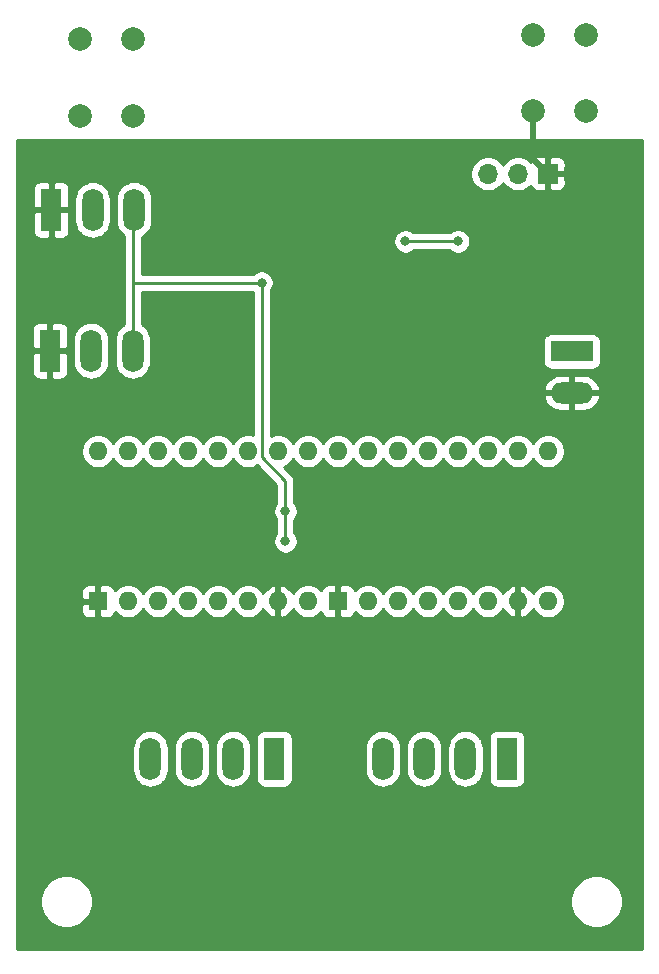
<source format=gbr>
G04 #@! TF.GenerationSoftware,KiCad,Pcbnew,(5.1.6)-1*
G04 #@! TF.CreationDate,2020-05-30T15:14:58+10:00*
G04 #@! TF.ProjectId,sand_drawing,73616e64-5f64-4726-9177-696e672e6b69,rev?*
G04 #@! TF.SameCoordinates,Original*
G04 #@! TF.FileFunction,Copper,L2,Bot*
G04 #@! TF.FilePolarity,Positive*
%FSLAX46Y46*%
G04 Gerber Fmt 4.6, Leading zero omitted, Abs format (unit mm)*
G04 Created by KiCad (PCBNEW (5.1.6)-1) date 2020-05-30 15:14:58*
%MOMM*%
%LPD*%
G01*
G04 APERTURE LIST*
G04 #@! TA.AperFunction,ComponentPad*
%ADD10R,1.800000X3.600000*%
G04 #@! TD*
G04 #@! TA.AperFunction,ComponentPad*
%ADD11O,1.800000X3.600000*%
G04 #@! TD*
G04 #@! TA.AperFunction,ComponentPad*
%ADD12R,3.600000X1.800000*%
G04 #@! TD*
G04 #@! TA.AperFunction,ComponentPad*
%ADD13O,3.600000X1.800000*%
G04 #@! TD*
G04 #@! TA.AperFunction,ComponentPad*
%ADD14C,2.000000*%
G04 #@! TD*
G04 #@! TA.AperFunction,ComponentPad*
%ADD15R,1.700000X1.700000*%
G04 #@! TD*
G04 #@! TA.AperFunction,ComponentPad*
%ADD16O,1.700000X1.700000*%
G04 #@! TD*
G04 #@! TA.AperFunction,ComponentPad*
%ADD17R,1.600000X1.600000*%
G04 #@! TD*
G04 #@! TA.AperFunction,ComponentPad*
%ADD18O,1.600000X1.600000*%
G04 #@! TD*
G04 #@! TA.AperFunction,ViaPad*
%ADD19C,0.800000*%
G04 #@! TD*
G04 #@! TA.AperFunction,Conductor*
%ADD20C,0.508000*%
G04 #@! TD*
G04 #@! TA.AperFunction,Conductor*
%ADD21C,0.250000*%
G04 #@! TD*
G04 #@! TA.AperFunction,Conductor*
%ADD22C,0.254000*%
G04 #@! TD*
G04 APERTURE END LIST*
D10*
X100188000Y-100853240D03*
D11*
X103688000Y-100853240D03*
X107188000Y-100853240D03*
D10*
X100076000Y-112776000D03*
D11*
X103576000Y-112776000D03*
X107076000Y-112776000D03*
D10*
X119085000Y-147320000D03*
D11*
X115585000Y-147320000D03*
X112085000Y-147320000D03*
X108585000Y-147320000D03*
D10*
X138755000Y-147320000D03*
D11*
X135255000Y-147320000D03*
X131755000Y-147320000D03*
X128255000Y-147320000D03*
D12*
X144272000Y-112832000D03*
D13*
X144272000Y-116332000D03*
D14*
X140950000Y-86010000D03*
X145450000Y-86010000D03*
X140950000Y-92510000D03*
X145450000Y-92510000D03*
X107116000Y-92860000D03*
X102616000Y-92860000D03*
X107116000Y-86360000D03*
X102616000Y-86360000D03*
D15*
X142240000Y-97790000D03*
D16*
X139700000Y-97790000D03*
X137160000Y-97790000D03*
D17*
X104140000Y-133985000D03*
D18*
X121920000Y-121285000D03*
X106680000Y-133985000D03*
X119380000Y-121285000D03*
X109220000Y-133985000D03*
X116840000Y-121285000D03*
X111760000Y-133985000D03*
X114300000Y-121285000D03*
X114300000Y-133985000D03*
X111760000Y-121285000D03*
X116840000Y-133985000D03*
X109220000Y-121285000D03*
X119380000Y-133985000D03*
X106680000Y-121285000D03*
X121920000Y-133985000D03*
X104140000Y-121285000D03*
D17*
X124460000Y-133985000D03*
D18*
X142240000Y-121285000D03*
X127000000Y-133985000D03*
X139700000Y-121285000D03*
X129540000Y-133985000D03*
X137160000Y-121285000D03*
X132080000Y-133985000D03*
X134620000Y-121285000D03*
X134620000Y-133985000D03*
X132080000Y-121285000D03*
X137160000Y-133985000D03*
X129540000Y-121285000D03*
X139700000Y-133985000D03*
X127000000Y-121285000D03*
X142240000Y-133985000D03*
X124460000Y-121285000D03*
D19*
X119380000Y-139700000D03*
X115570000Y-139700000D03*
X111760000Y-139700000D03*
X111760000Y-139700000D03*
X107950000Y-139700000D03*
X128270000Y-139700000D03*
X132080000Y-139700000D03*
X135890000Y-139700000D03*
X139700000Y-139700000D03*
X128066800Y-105186480D03*
X139527280Y-110911640D03*
X128371600Y-97094040D03*
X120015000Y-128905000D03*
X120015000Y-126365000D03*
X134620000Y-103505000D03*
X130175000Y-103505000D03*
X118000000Y-107000000D03*
D20*
X140950000Y-96500000D02*
X142240000Y-97790000D01*
X140950000Y-92510000D02*
X140950000Y-96500000D01*
D21*
X120015000Y-128905000D02*
X120015000Y-126365000D01*
X134620000Y-103505000D02*
X130175000Y-103505000D01*
X120015000Y-123805002D02*
X120015000Y-126365000D01*
X118000000Y-121790002D02*
X120015000Y-123805002D01*
X118000000Y-107000000D02*
X118000000Y-121790002D01*
X107076000Y-101712000D02*
X107188000Y-101600000D01*
X107152000Y-107000000D02*
X107076000Y-107076000D01*
X118000000Y-107000000D02*
X107152000Y-107000000D01*
X107076000Y-112776000D02*
X107076000Y-107076000D01*
X107076000Y-107076000D02*
X107076000Y-101712000D01*
D22*
G36*
X150165200Y-163449400D02*
G01*
X97301920Y-163449400D01*
X97301920Y-159179872D01*
X99215000Y-159179872D01*
X99215000Y-159620128D01*
X99300890Y-160051925D01*
X99469369Y-160458669D01*
X99713962Y-160824729D01*
X100025271Y-161136038D01*
X100391331Y-161380631D01*
X100798075Y-161549110D01*
X101229872Y-161635000D01*
X101670128Y-161635000D01*
X102101925Y-161549110D01*
X102508669Y-161380631D01*
X102874729Y-161136038D01*
X103186038Y-160824729D01*
X103430631Y-160458669D01*
X103599110Y-160051925D01*
X103685000Y-159620128D01*
X103685000Y-159179872D01*
X144115000Y-159179872D01*
X144115000Y-159620128D01*
X144200890Y-160051925D01*
X144369369Y-160458669D01*
X144613962Y-160824729D01*
X144925271Y-161136038D01*
X145291331Y-161380631D01*
X145698075Y-161549110D01*
X146129872Y-161635000D01*
X146570128Y-161635000D01*
X147001925Y-161549110D01*
X147408669Y-161380631D01*
X147774729Y-161136038D01*
X148086038Y-160824729D01*
X148330631Y-160458669D01*
X148499110Y-160051925D01*
X148585000Y-159620128D01*
X148585000Y-159179872D01*
X148499110Y-158748075D01*
X148330631Y-158341331D01*
X148086038Y-157975271D01*
X147774729Y-157663962D01*
X147408669Y-157419369D01*
X147001925Y-157250890D01*
X146570128Y-157165000D01*
X146129872Y-157165000D01*
X145698075Y-157250890D01*
X145291331Y-157419369D01*
X144925271Y-157663962D01*
X144613962Y-157975271D01*
X144369369Y-158341331D01*
X144200890Y-158748075D01*
X144115000Y-159179872D01*
X103685000Y-159179872D01*
X103599110Y-158748075D01*
X103430631Y-158341331D01*
X103186038Y-157975271D01*
X102874729Y-157663962D01*
X102508669Y-157419369D01*
X102101925Y-157250890D01*
X101670128Y-157165000D01*
X101229872Y-157165000D01*
X100798075Y-157250890D01*
X100391331Y-157419369D01*
X100025271Y-157663962D01*
X99713962Y-157975271D01*
X99469369Y-158341331D01*
X99300890Y-158748075D01*
X99215000Y-159179872D01*
X97301920Y-159179872D01*
X97301920Y-146344592D01*
X107050000Y-146344592D01*
X107050000Y-148295407D01*
X107072210Y-148520912D01*
X107159983Y-148810260D01*
X107302519Y-149076926D01*
X107494339Y-149310661D01*
X107728073Y-149502481D01*
X107994739Y-149645017D01*
X108284087Y-149732790D01*
X108585000Y-149762427D01*
X108885912Y-149732790D01*
X109175260Y-149645017D01*
X109441926Y-149502481D01*
X109675661Y-149310661D01*
X109867481Y-149076927D01*
X110010017Y-148810261D01*
X110097790Y-148520913D01*
X110120000Y-148295408D01*
X110120000Y-146344592D01*
X110550000Y-146344592D01*
X110550000Y-148295407D01*
X110572210Y-148520912D01*
X110659983Y-148810260D01*
X110802519Y-149076926D01*
X110994339Y-149310661D01*
X111228073Y-149502481D01*
X111494739Y-149645017D01*
X111784087Y-149732790D01*
X112085000Y-149762427D01*
X112385912Y-149732790D01*
X112675260Y-149645017D01*
X112941926Y-149502481D01*
X113175661Y-149310661D01*
X113367481Y-149076927D01*
X113510017Y-148810261D01*
X113597790Y-148520913D01*
X113620000Y-148295408D01*
X113620000Y-146344592D01*
X114050000Y-146344592D01*
X114050000Y-148295407D01*
X114072210Y-148520912D01*
X114159983Y-148810260D01*
X114302519Y-149076926D01*
X114494339Y-149310661D01*
X114728073Y-149502481D01*
X114994739Y-149645017D01*
X115284087Y-149732790D01*
X115585000Y-149762427D01*
X115885912Y-149732790D01*
X116175260Y-149645017D01*
X116441926Y-149502481D01*
X116675661Y-149310661D01*
X116867481Y-149076927D01*
X117010017Y-148810261D01*
X117097790Y-148520913D01*
X117120000Y-148295408D01*
X117120000Y-146344592D01*
X117097790Y-146119087D01*
X117010017Y-145829739D01*
X116867481Y-145563073D01*
X116832133Y-145520000D01*
X117546928Y-145520000D01*
X117546928Y-149120000D01*
X117559188Y-149244482D01*
X117595498Y-149364180D01*
X117654463Y-149474494D01*
X117733815Y-149571185D01*
X117830506Y-149650537D01*
X117940820Y-149709502D01*
X118060518Y-149745812D01*
X118185000Y-149758072D01*
X119985000Y-149758072D01*
X120109482Y-149745812D01*
X120229180Y-149709502D01*
X120339494Y-149650537D01*
X120436185Y-149571185D01*
X120515537Y-149474494D01*
X120574502Y-149364180D01*
X120610812Y-149244482D01*
X120623072Y-149120000D01*
X120623072Y-146344592D01*
X126720000Y-146344592D01*
X126720000Y-148295407D01*
X126742210Y-148520912D01*
X126829983Y-148810260D01*
X126972519Y-149076926D01*
X127164339Y-149310661D01*
X127398073Y-149502481D01*
X127664739Y-149645017D01*
X127954087Y-149732790D01*
X128255000Y-149762427D01*
X128555912Y-149732790D01*
X128845260Y-149645017D01*
X129111926Y-149502481D01*
X129345661Y-149310661D01*
X129537481Y-149076927D01*
X129680017Y-148810261D01*
X129767790Y-148520913D01*
X129790000Y-148295408D01*
X129790000Y-146344592D01*
X130220000Y-146344592D01*
X130220000Y-148295407D01*
X130242210Y-148520912D01*
X130329983Y-148810260D01*
X130472519Y-149076926D01*
X130664339Y-149310661D01*
X130898073Y-149502481D01*
X131164739Y-149645017D01*
X131454087Y-149732790D01*
X131755000Y-149762427D01*
X132055912Y-149732790D01*
X132345260Y-149645017D01*
X132611926Y-149502481D01*
X132845661Y-149310661D01*
X133037481Y-149076927D01*
X133180017Y-148810261D01*
X133267790Y-148520913D01*
X133290000Y-148295408D01*
X133290000Y-146344592D01*
X133720000Y-146344592D01*
X133720000Y-148295407D01*
X133742210Y-148520912D01*
X133829983Y-148810260D01*
X133972519Y-149076926D01*
X134164339Y-149310661D01*
X134398073Y-149502481D01*
X134664739Y-149645017D01*
X134954087Y-149732790D01*
X135255000Y-149762427D01*
X135555912Y-149732790D01*
X135845260Y-149645017D01*
X136111926Y-149502481D01*
X136345661Y-149310661D01*
X136537481Y-149076927D01*
X136680017Y-148810261D01*
X136767790Y-148520913D01*
X136790000Y-148295408D01*
X136790000Y-146344592D01*
X136767790Y-146119087D01*
X136680017Y-145829739D01*
X136537481Y-145563073D01*
X136502133Y-145520000D01*
X137216928Y-145520000D01*
X137216928Y-149120000D01*
X137229188Y-149244482D01*
X137265498Y-149364180D01*
X137324463Y-149474494D01*
X137403815Y-149571185D01*
X137500506Y-149650537D01*
X137610820Y-149709502D01*
X137730518Y-149745812D01*
X137855000Y-149758072D01*
X139655000Y-149758072D01*
X139779482Y-149745812D01*
X139899180Y-149709502D01*
X140009494Y-149650537D01*
X140106185Y-149571185D01*
X140185537Y-149474494D01*
X140244502Y-149364180D01*
X140280812Y-149244482D01*
X140293072Y-149120000D01*
X140293072Y-145520000D01*
X140280812Y-145395518D01*
X140244502Y-145275820D01*
X140185537Y-145165506D01*
X140106185Y-145068815D01*
X140009494Y-144989463D01*
X139899180Y-144930498D01*
X139779482Y-144894188D01*
X139655000Y-144881928D01*
X137855000Y-144881928D01*
X137730518Y-144894188D01*
X137610820Y-144930498D01*
X137500506Y-144989463D01*
X137403815Y-145068815D01*
X137324463Y-145165506D01*
X137265498Y-145275820D01*
X137229188Y-145395518D01*
X137216928Y-145520000D01*
X136502133Y-145520000D01*
X136345661Y-145329339D01*
X136111927Y-145137519D01*
X135845261Y-144994983D01*
X135555913Y-144907210D01*
X135255000Y-144877573D01*
X134954088Y-144907210D01*
X134664740Y-144994983D01*
X134398074Y-145137519D01*
X134164340Y-145329339D01*
X133972520Y-145563073D01*
X133829984Y-145829739D01*
X133742211Y-146119087D01*
X133720000Y-146344592D01*
X133290000Y-146344592D01*
X133267790Y-146119087D01*
X133180017Y-145829739D01*
X133037481Y-145563073D01*
X132845661Y-145329339D01*
X132611927Y-145137519D01*
X132345261Y-144994983D01*
X132055913Y-144907210D01*
X131755000Y-144877573D01*
X131454088Y-144907210D01*
X131164740Y-144994983D01*
X130898074Y-145137519D01*
X130664340Y-145329339D01*
X130472520Y-145563073D01*
X130329984Y-145829739D01*
X130242211Y-146119087D01*
X130220000Y-146344592D01*
X129790000Y-146344592D01*
X129767790Y-146119087D01*
X129680017Y-145829739D01*
X129537481Y-145563073D01*
X129345661Y-145329339D01*
X129111927Y-145137519D01*
X128845261Y-144994983D01*
X128555913Y-144907210D01*
X128255000Y-144877573D01*
X127954088Y-144907210D01*
X127664740Y-144994983D01*
X127398074Y-145137519D01*
X127164340Y-145329339D01*
X126972520Y-145563073D01*
X126829984Y-145829739D01*
X126742211Y-146119087D01*
X126720000Y-146344592D01*
X120623072Y-146344592D01*
X120623072Y-145520000D01*
X120610812Y-145395518D01*
X120574502Y-145275820D01*
X120515537Y-145165506D01*
X120436185Y-145068815D01*
X120339494Y-144989463D01*
X120229180Y-144930498D01*
X120109482Y-144894188D01*
X119985000Y-144881928D01*
X118185000Y-144881928D01*
X118060518Y-144894188D01*
X117940820Y-144930498D01*
X117830506Y-144989463D01*
X117733815Y-145068815D01*
X117654463Y-145165506D01*
X117595498Y-145275820D01*
X117559188Y-145395518D01*
X117546928Y-145520000D01*
X116832133Y-145520000D01*
X116675661Y-145329339D01*
X116441927Y-145137519D01*
X116175261Y-144994983D01*
X115885913Y-144907210D01*
X115585000Y-144877573D01*
X115284088Y-144907210D01*
X114994740Y-144994983D01*
X114728074Y-145137519D01*
X114494340Y-145329339D01*
X114302520Y-145563073D01*
X114159984Y-145829739D01*
X114072211Y-146119087D01*
X114050000Y-146344592D01*
X113620000Y-146344592D01*
X113597790Y-146119087D01*
X113510017Y-145829739D01*
X113367481Y-145563073D01*
X113175661Y-145329339D01*
X112941927Y-145137519D01*
X112675261Y-144994983D01*
X112385913Y-144907210D01*
X112085000Y-144877573D01*
X111784088Y-144907210D01*
X111494740Y-144994983D01*
X111228074Y-145137519D01*
X110994340Y-145329339D01*
X110802520Y-145563073D01*
X110659984Y-145829739D01*
X110572211Y-146119087D01*
X110550000Y-146344592D01*
X110120000Y-146344592D01*
X110097790Y-146119087D01*
X110010017Y-145829739D01*
X109867481Y-145563073D01*
X109675661Y-145329339D01*
X109441927Y-145137519D01*
X109175261Y-144994983D01*
X108885913Y-144907210D01*
X108585000Y-144877573D01*
X108284088Y-144907210D01*
X107994740Y-144994983D01*
X107728074Y-145137519D01*
X107494340Y-145329339D01*
X107302520Y-145563073D01*
X107159984Y-145829739D01*
X107072211Y-146119087D01*
X107050000Y-146344592D01*
X97301920Y-146344592D01*
X97301920Y-134785000D01*
X102701928Y-134785000D01*
X102714188Y-134909482D01*
X102750498Y-135029180D01*
X102809463Y-135139494D01*
X102888815Y-135236185D01*
X102985506Y-135315537D01*
X103095820Y-135374502D01*
X103215518Y-135410812D01*
X103340000Y-135423072D01*
X103854250Y-135420000D01*
X104013000Y-135261250D01*
X104013000Y-134112000D01*
X102863750Y-134112000D01*
X102705000Y-134270750D01*
X102701928Y-134785000D01*
X97301920Y-134785000D01*
X97301920Y-133185000D01*
X102701928Y-133185000D01*
X102705000Y-133699250D01*
X102863750Y-133858000D01*
X104013000Y-133858000D01*
X104013000Y-132708750D01*
X104267000Y-132708750D01*
X104267000Y-133858000D01*
X104287000Y-133858000D01*
X104287000Y-134112000D01*
X104267000Y-134112000D01*
X104267000Y-135261250D01*
X104425750Y-135420000D01*
X104940000Y-135423072D01*
X105064482Y-135410812D01*
X105184180Y-135374502D01*
X105294494Y-135315537D01*
X105391185Y-135236185D01*
X105470537Y-135139494D01*
X105529502Y-135029180D01*
X105565812Y-134909482D01*
X105566643Y-134901039D01*
X105765241Y-135099637D01*
X106000273Y-135256680D01*
X106261426Y-135364853D01*
X106538665Y-135420000D01*
X106821335Y-135420000D01*
X107098574Y-135364853D01*
X107359727Y-135256680D01*
X107594759Y-135099637D01*
X107794637Y-134899759D01*
X107950000Y-134667241D01*
X108105363Y-134899759D01*
X108305241Y-135099637D01*
X108540273Y-135256680D01*
X108801426Y-135364853D01*
X109078665Y-135420000D01*
X109361335Y-135420000D01*
X109638574Y-135364853D01*
X109899727Y-135256680D01*
X110134759Y-135099637D01*
X110334637Y-134899759D01*
X110490000Y-134667241D01*
X110645363Y-134899759D01*
X110845241Y-135099637D01*
X111080273Y-135256680D01*
X111341426Y-135364853D01*
X111618665Y-135420000D01*
X111901335Y-135420000D01*
X112178574Y-135364853D01*
X112439727Y-135256680D01*
X112674759Y-135099637D01*
X112874637Y-134899759D01*
X113030000Y-134667241D01*
X113185363Y-134899759D01*
X113385241Y-135099637D01*
X113620273Y-135256680D01*
X113881426Y-135364853D01*
X114158665Y-135420000D01*
X114441335Y-135420000D01*
X114718574Y-135364853D01*
X114979727Y-135256680D01*
X115214759Y-135099637D01*
X115414637Y-134899759D01*
X115570000Y-134667241D01*
X115725363Y-134899759D01*
X115925241Y-135099637D01*
X116160273Y-135256680D01*
X116421426Y-135364853D01*
X116698665Y-135420000D01*
X116981335Y-135420000D01*
X117258574Y-135364853D01*
X117519727Y-135256680D01*
X117754759Y-135099637D01*
X117954637Y-134899759D01*
X118111680Y-134664727D01*
X118116067Y-134654135D01*
X118227615Y-134840131D01*
X118416586Y-135048519D01*
X118642580Y-135216037D01*
X118896913Y-135336246D01*
X119030961Y-135376904D01*
X119253000Y-135254915D01*
X119253000Y-134112000D01*
X119233000Y-134112000D01*
X119233000Y-133858000D01*
X119253000Y-133858000D01*
X119253000Y-132715085D01*
X119507000Y-132715085D01*
X119507000Y-133858000D01*
X119527000Y-133858000D01*
X119527000Y-134112000D01*
X119507000Y-134112000D01*
X119507000Y-135254915D01*
X119729039Y-135376904D01*
X119863087Y-135336246D01*
X120117420Y-135216037D01*
X120343414Y-135048519D01*
X120532385Y-134840131D01*
X120643933Y-134654135D01*
X120648320Y-134664727D01*
X120805363Y-134899759D01*
X121005241Y-135099637D01*
X121240273Y-135256680D01*
X121501426Y-135364853D01*
X121778665Y-135420000D01*
X122061335Y-135420000D01*
X122338574Y-135364853D01*
X122599727Y-135256680D01*
X122834759Y-135099637D01*
X123033357Y-134901039D01*
X123034188Y-134909482D01*
X123070498Y-135029180D01*
X123129463Y-135139494D01*
X123208815Y-135236185D01*
X123305506Y-135315537D01*
X123415820Y-135374502D01*
X123535518Y-135410812D01*
X123660000Y-135423072D01*
X124174250Y-135420000D01*
X124333000Y-135261250D01*
X124333000Y-134112000D01*
X124313000Y-134112000D01*
X124313000Y-133858000D01*
X124333000Y-133858000D01*
X124333000Y-132708750D01*
X124587000Y-132708750D01*
X124587000Y-133858000D01*
X124607000Y-133858000D01*
X124607000Y-134112000D01*
X124587000Y-134112000D01*
X124587000Y-135261250D01*
X124745750Y-135420000D01*
X125260000Y-135423072D01*
X125384482Y-135410812D01*
X125504180Y-135374502D01*
X125614494Y-135315537D01*
X125711185Y-135236185D01*
X125790537Y-135139494D01*
X125849502Y-135029180D01*
X125885812Y-134909482D01*
X125886643Y-134901039D01*
X126085241Y-135099637D01*
X126320273Y-135256680D01*
X126581426Y-135364853D01*
X126858665Y-135420000D01*
X127141335Y-135420000D01*
X127418574Y-135364853D01*
X127679727Y-135256680D01*
X127914759Y-135099637D01*
X128114637Y-134899759D01*
X128270000Y-134667241D01*
X128425363Y-134899759D01*
X128625241Y-135099637D01*
X128860273Y-135256680D01*
X129121426Y-135364853D01*
X129398665Y-135420000D01*
X129681335Y-135420000D01*
X129958574Y-135364853D01*
X130219727Y-135256680D01*
X130454759Y-135099637D01*
X130654637Y-134899759D01*
X130810000Y-134667241D01*
X130965363Y-134899759D01*
X131165241Y-135099637D01*
X131400273Y-135256680D01*
X131661426Y-135364853D01*
X131938665Y-135420000D01*
X132221335Y-135420000D01*
X132498574Y-135364853D01*
X132759727Y-135256680D01*
X132994759Y-135099637D01*
X133194637Y-134899759D01*
X133350000Y-134667241D01*
X133505363Y-134899759D01*
X133705241Y-135099637D01*
X133940273Y-135256680D01*
X134201426Y-135364853D01*
X134478665Y-135420000D01*
X134761335Y-135420000D01*
X135038574Y-135364853D01*
X135299727Y-135256680D01*
X135534759Y-135099637D01*
X135734637Y-134899759D01*
X135890000Y-134667241D01*
X136045363Y-134899759D01*
X136245241Y-135099637D01*
X136480273Y-135256680D01*
X136741426Y-135364853D01*
X137018665Y-135420000D01*
X137301335Y-135420000D01*
X137578574Y-135364853D01*
X137839727Y-135256680D01*
X138074759Y-135099637D01*
X138274637Y-134899759D01*
X138431680Y-134664727D01*
X138436067Y-134654135D01*
X138547615Y-134840131D01*
X138736586Y-135048519D01*
X138962580Y-135216037D01*
X139216913Y-135336246D01*
X139350961Y-135376904D01*
X139573000Y-135254915D01*
X139573000Y-134112000D01*
X139553000Y-134112000D01*
X139553000Y-133858000D01*
X139573000Y-133858000D01*
X139573000Y-132715085D01*
X139827000Y-132715085D01*
X139827000Y-133858000D01*
X139847000Y-133858000D01*
X139847000Y-134112000D01*
X139827000Y-134112000D01*
X139827000Y-135254915D01*
X140049039Y-135376904D01*
X140183087Y-135336246D01*
X140437420Y-135216037D01*
X140663414Y-135048519D01*
X140852385Y-134840131D01*
X140963933Y-134654135D01*
X140968320Y-134664727D01*
X141125363Y-134899759D01*
X141325241Y-135099637D01*
X141560273Y-135256680D01*
X141821426Y-135364853D01*
X142098665Y-135420000D01*
X142381335Y-135420000D01*
X142658574Y-135364853D01*
X142919727Y-135256680D01*
X143154759Y-135099637D01*
X143354637Y-134899759D01*
X143511680Y-134664727D01*
X143619853Y-134403574D01*
X143675000Y-134126335D01*
X143675000Y-133843665D01*
X143619853Y-133566426D01*
X143511680Y-133305273D01*
X143354637Y-133070241D01*
X143154759Y-132870363D01*
X142919727Y-132713320D01*
X142658574Y-132605147D01*
X142381335Y-132550000D01*
X142098665Y-132550000D01*
X141821426Y-132605147D01*
X141560273Y-132713320D01*
X141325241Y-132870363D01*
X141125363Y-133070241D01*
X140968320Y-133305273D01*
X140963933Y-133315865D01*
X140852385Y-133129869D01*
X140663414Y-132921481D01*
X140437420Y-132753963D01*
X140183087Y-132633754D01*
X140049039Y-132593096D01*
X139827000Y-132715085D01*
X139573000Y-132715085D01*
X139350961Y-132593096D01*
X139216913Y-132633754D01*
X138962580Y-132753963D01*
X138736586Y-132921481D01*
X138547615Y-133129869D01*
X138436067Y-133315865D01*
X138431680Y-133305273D01*
X138274637Y-133070241D01*
X138074759Y-132870363D01*
X137839727Y-132713320D01*
X137578574Y-132605147D01*
X137301335Y-132550000D01*
X137018665Y-132550000D01*
X136741426Y-132605147D01*
X136480273Y-132713320D01*
X136245241Y-132870363D01*
X136045363Y-133070241D01*
X135890000Y-133302759D01*
X135734637Y-133070241D01*
X135534759Y-132870363D01*
X135299727Y-132713320D01*
X135038574Y-132605147D01*
X134761335Y-132550000D01*
X134478665Y-132550000D01*
X134201426Y-132605147D01*
X133940273Y-132713320D01*
X133705241Y-132870363D01*
X133505363Y-133070241D01*
X133350000Y-133302759D01*
X133194637Y-133070241D01*
X132994759Y-132870363D01*
X132759727Y-132713320D01*
X132498574Y-132605147D01*
X132221335Y-132550000D01*
X131938665Y-132550000D01*
X131661426Y-132605147D01*
X131400273Y-132713320D01*
X131165241Y-132870363D01*
X130965363Y-133070241D01*
X130810000Y-133302759D01*
X130654637Y-133070241D01*
X130454759Y-132870363D01*
X130219727Y-132713320D01*
X129958574Y-132605147D01*
X129681335Y-132550000D01*
X129398665Y-132550000D01*
X129121426Y-132605147D01*
X128860273Y-132713320D01*
X128625241Y-132870363D01*
X128425363Y-133070241D01*
X128270000Y-133302759D01*
X128114637Y-133070241D01*
X127914759Y-132870363D01*
X127679727Y-132713320D01*
X127418574Y-132605147D01*
X127141335Y-132550000D01*
X126858665Y-132550000D01*
X126581426Y-132605147D01*
X126320273Y-132713320D01*
X126085241Y-132870363D01*
X125886643Y-133068961D01*
X125885812Y-133060518D01*
X125849502Y-132940820D01*
X125790537Y-132830506D01*
X125711185Y-132733815D01*
X125614494Y-132654463D01*
X125504180Y-132595498D01*
X125384482Y-132559188D01*
X125260000Y-132546928D01*
X124745750Y-132550000D01*
X124587000Y-132708750D01*
X124333000Y-132708750D01*
X124174250Y-132550000D01*
X123660000Y-132546928D01*
X123535518Y-132559188D01*
X123415820Y-132595498D01*
X123305506Y-132654463D01*
X123208815Y-132733815D01*
X123129463Y-132830506D01*
X123070498Y-132940820D01*
X123034188Y-133060518D01*
X123033357Y-133068961D01*
X122834759Y-132870363D01*
X122599727Y-132713320D01*
X122338574Y-132605147D01*
X122061335Y-132550000D01*
X121778665Y-132550000D01*
X121501426Y-132605147D01*
X121240273Y-132713320D01*
X121005241Y-132870363D01*
X120805363Y-133070241D01*
X120648320Y-133305273D01*
X120643933Y-133315865D01*
X120532385Y-133129869D01*
X120343414Y-132921481D01*
X120117420Y-132753963D01*
X119863087Y-132633754D01*
X119729039Y-132593096D01*
X119507000Y-132715085D01*
X119253000Y-132715085D01*
X119030961Y-132593096D01*
X118896913Y-132633754D01*
X118642580Y-132753963D01*
X118416586Y-132921481D01*
X118227615Y-133129869D01*
X118116067Y-133315865D01*
X118111680Y-133305273D01*
X117954637Y-133070241D01*
X117754759Y-132870363D01*
X117519727Y-132713320D01*
X117258574Y-132605147D01*
X116981335Y-132550000D01*
X116698665Y-132550000D01*
X116421426Y-132605147D01*
X116160273Y-132713320D01*
X115925241Y-132870363D01*
X115725363Y-133070241D01*
X115570000Y-133302759D01*
X115414637Y-133070241D01*
X115214759Y-132870363D01*
X114979727Y-132713320D01*
X114718574Y-132605147D01*
X114441335Y-132550000D01*
X114158665Y-132550000D01*
X113881426Y-132605147D01*
X113620273Y-132713320D01*
X113385241Y-132870363D01*
X113185363Y-133070241D01*
X113030000Y-133302759D01*
X112874637Y-133070241D01*
X112674759Y-132870363D01*
X112439727Y-132713320D01*
X112178574Y-132605147D01*
X111901335Y-132550000D01*
X111618665Y-132550000D01*
X111341426Y-132605147D01*
X111080273Y-132713320D01*
X110845241Y-132870363D01*
X110645363Y-133070241D01*
X110490000Y-133302759D01*
X110334637Y-133070241D01*
X110134759Y-132870363D01*
X109899727Y-132713320D01*
X109638574Y-132605147D01*
X109361335Y-132550000D01*
X109078665Y-132550000D01*
X108801426Y-132605147D01*
X108540273Y-132713320D01*
X108305241Y-132870363D01*
X108105363Y-133070241D01*
X107950000Y-133302759D01*
X107794637Y-133070241D01*
X107594759Y-132870363D01*
X107359727Y-132713320D01*
X107098574Y-132605147D01*
X106821335Y-132550000D01*
X106538665Y-132550000D01*
X106261426Y-132605147D01*
X106000273Y-132713320D01*
X105765241Y-132870363D01*
X105566643Y-133068961D01*
X105565812Y-133060518D01*
X105529502Y-132940820D01*
X105470537Y-132830506D01*
X105391185Y-132733815D01*
X105294494Y-132654463D01*
X105184180Y-132595498D01*
X105064482Y-132559188D01*
X104940000Y-132546928D01*
X104425750Y-132550000D01*
X104267000Y-132708750D01*
X104013000Y-132708750D01*
X103854250Y-132550000D01*
X103340000Y-132546928D01*
X103215518Y-132559188D01*
X103095820Y-132595498D01*
X102985506Y-132654463D01*
X102888815Y-132733815D01*
X102809463Y-132830506D01*
X102750498Y-132940820D01*
X102714188Y-133060518D01*
X102701928Y-133185000D01*
X97301920Y-133185000D01*
X97301920Y-121143665D01*
X102705000Y-121143665D01*
X102705000Y-121426335D01*
X102760147Y-121703574D01*
X102868320Y-121964727D01*
X103025363Y-122199759D01*
X103225241Y-122399637D01*
X103460273Y-122556680D01*
X103721426Y-122664853D01*
X103998665Y-122720000D01*
X104281335Y-122720000D01*
X104558574Y-122664853D01*
X104819727Y-122556680D01*
X105054759Y-122399637D01*
X105254637Y-122199759D01*
X105410000Y-121967241D01*
X105565363Y-122199759D01*
X105765241Y-122399637D01*
X106000273Y-122556680D01*
X106261426Y-122664853D01*
X106538665Y-122720000D01*
X106821335Y-122720000D01*
X107098574Y-122664853D01*
X107359727Y-122556680D01*
X107594759Y-122399637D01*
X107794637Y-122199759D01*
X107950000Y-121967241D01*
X108105363Y-122199759D01*
X108305241Y-122399637D01*
X108540273Y-122556680D01*
X108801426Y-122664853D01*
X109078665Y-122720000D01*
X109361335Y-122720000D01*
X109638574Y-122664853D01*
X109899727Y-122556680D01*
X110134759Y-122399637D01*
X110334637Y-122199759D01*
X110490000Y-121967241D01*
X110645363Y-122199759D01*
X110845241Y-122399637D01*
X111080273Y-122556680D01*
X111341426Y-122664853D01*
X111618665Y-122720000D01*
X111901335Y-122720000D01*
X112178574Y-122664853D01*
X112439727Y-122556680D01*
X112674759Y-122399637D01*
X112874637Y-122199759D01*
X113030000Y-121967241D01*
X113185363Y-122199759D01*
X113385241Y-122399637D01*
X113620273Y-122556680D01*
X113881426Y-122664853D01*
X114158665Y-122720000D01*
X114441335Y-122720000D01*
X114718574Y-122664853D01*
X114979727Y-122556680D01*
X115214759Y-122399637D01*
X115414637Y-122199759D01*
X115570000Y-121967241D01*
X115725363Y-122199759D01*
X115925241Y-122399637D01*
X116160273Y-122556680D01*
X116421426Y-122664853D01*
X116698665Y-122720000D01*
X116981335Y-122720000D01*
X117258574Y-122664853D01*
X117519727Y-122556680D01*
X117622923Y-122487727D01*
X119255000Y-124119804D01*
X119255001Y-125661288D01*
X119211063Y-125705226D01*
X119097795Y-125874744D01*
X119019774Y-126063102D01*
X118980000Y-126263061D01*
X118980000Y-126466939D01*
X119019774Y-126666898D01*
X119097795Y-126855256D01*
X119211063Y-127024774D01*
X119255001Y-127068712D01*
X119255000Y-128201289D01*
X119211063Y-128245226D01*
X119097795Y-128414744D01*
X119019774Y-128603102D01*
X118980000Y-128803061D01*
X118980000Y-129006939D01*
X119019774Y-129206898D01*
X119097795Y-129395256D01*
X119211063Y-129564774D01*
X119355226Y-129708937D01*
X119524744Y-129822205D01*
X119713102Y-129900226D01*
X119913061Y-129940000D01*
X120116939Y-129940000D01*
X120316898Y-129900226D01*
X120505256Y-129822205D01*
X120674774Y-129708937D01*
X120818937Y-129564774D01*
X120932205Y-129395256D01*
X121010226Y-129206898D01*
X121050000Y-129006939D01*
X121050000Y-128803061D01*
X121010226Y-128603102D01*
X120932205Y-128414744D01*
X120818937Y-128245226D01*
X120775000Y-128201289D01*
X120775000Y-127068711D01*
X120818937Y-127024774D01*
X120932205Y-126855256D01*
X121010226Y-126666898D01*
X121050000Y-126466939D01*
X121050000Y-126263061D01*
X121010226Y-126063102D01*
X120932205Y-125874744D01*
X120818937Y-125705226D01*
X120775000Y-125661289D01*
X120775000Y-123842324D01*
X120778676Y-123805001D01*
X120775000Y-123767678D01*
X120775000Y-123767669D01*
X120764003Y-123656016D01*
X120720546Y-123512755D01*
X120649974Y-123380726D01*
X120555001Y-123265001D01*
X120526004Y-123241204D01*
X119905403Y-122620603D01*
X120059727Y-122556680D01*
X120294759Y-122399637D01*
X120494637Y-122199759D01*
X120650000Y-121967241D01*
X120805363Y-122199759D01*
X121005241Y-122399637D01*
X121240273Y-122556680D01*
X121501426Y-122664853D01*
X121778665Y-122720000D01*
X122061335Y-122720000D01*
X122338574Y-122664853D01*
X122599727Y-122556680D01*
X122834759Y-122399637D01*
X123034637Y-122199759D01*
X123190000Y-121967241D01*
X123345363Y-122199759D01*
X123545241Y-122399637D01*
X123780273Y-122556680D01*
X124041426Y-122664853D01*
X124318665Y-122720000D01*
X124601335Y-122720000D01*
X124878574Y-122664853D01*
X125139727Y-122556680D01*
X125374759Y-122399637D01*
X125574637Y-122199759D01*
X125730000Y-121967241D01*
X125885363Y-122199759D01*
X126085241Y-122399637D01*
X126320273Y-122556680D01*
X126581426Y-122664853D01*
X126858665Y-122720000D01*
X127141335Y-122720000D01*
X127418574Y-122664853D01*
X127679727Y-122556680D01*
X127914759Y-122399637D01*
X128114637Y-122199759D01*
X128270000Y-121967241D01*
X128425363Y-122199759D01*
X128625241Y-122399637D01*
X128860273Y-122556680D01*
X129121426Y-122664853D01*
X129398665Y-122720000D01*
X129681335Y-122720000D01*
X129958574Y-122664853D01*
X130219727Y-122556680D01*
X130454759Y-122399637D01*
X130654637Y-122199759D01*
X130810000Y-121967241D01*
X130965363Y-122199759D01*
X131165241Y-122399637D01*
X131400273Y-122556680D01*
X131661426Y-122664853D01*
X131938665Y-122720000D01*
X132221335Y-122720000D01*
X132498574Y-122664853D01*
X132759727Y-122556680D01*
X132994759Y-122399637D01*
X133194637Y-122199759D01*
X133350000Y-121967241D01*
X133505363Y-122199759D01*
X133705241Y-122399637D01*
X133940273Y-122556680D01*
X134201426Y-122664853D01*
X134478665Y-122720000D01*
X134761335Y-122720000D01*
X135038574Y-122664853D01*
X135299727Y-122556680D01*
X135534759Y-122399637D01*
X135734637Y-122199759D01*
X135890000Y-121967241D01*
X136045363Y-122199759D01*
X136245241Y-122399637D01*
X136480273Y-122556680D01*
X136741426Y-122664853D01*
X137018665Y-122720000D01*
X137301335Y-122720000D01*
X137578574Y-122664853D01*
X137839727Y-122556680D01*
X138074759Y-122399637D01*
X138274637Y-122199759D01*
X138430000Y-121967241D01*
X138585363Y-122199759D01*
X138785241Y-122399637D01*
X139020273Y-122556680D01*
X139281426Y-122664853D01*
X139558665Y-122720000D01*
X139841335Y-122720000D01*
X140118574Y-122664853D01*
X140379727Y-122556680D01*
X140614759Y-122399637D01*
X140814637Y-122199759D01*
X140970000Y-121967241D01*
X141125363Y-122199759D01*
X141325241Y-122399637D01*
X141560273Y-122556680D01*
X141821426Y-122664853D01*
X142098665Y-122720000D01*
X142381335Y-122720000D01*
X142658574Y-122664853D01*
X142919727Y-122556680D01*
X143154759Y-122399637D01*
X143354637Y-122199759D01*
X143511680Y-121964727D01*
X143619853Y-121703574D01*
X143675000Y-121426335D01*
X143675000Y-121143665D01*
X143619853Y-120866426D01*
X143511680Y-120605273D01*
X143354637Y-120370241D01*
X143154759Y-120170363D01*
X142919727Y-120013320D01*
X142658574Y-119905147D01*
X142381335Y-119850000D01*
X142098665Y-119850000D01*
X141821426Y-119905147D01*
X141560273Y-120013320D01*
X141325241Y-120170363D01*
X141125363Y-120370241D01*
X140970000Y-120602759D01*
X140814637Y-120370241D01*
X140614759Y-120170363D01*
X140379727Y-120013320D01*
X140118574Y-119905147D01*
X139841335Y-119850000D01*
X139558665Y-119850000D01*
X139281426Y-119905147D01*
X139020273Y-120013320D01*
X138785241Y-120170363D01*
X138585363Y-120370241D01*
X138430000Y-120602759D01*
X138274637Y-120370241D01*
X138074759Y-120170363D01*
X137839727Y-120013320D01*
X137578574Y-119905147D01*
X137301335Y-119850000D01*
X137018665Y-119850000D01*
X136741426Y-119905147D01*
X136480273Y-120013320D01*
X136245241Y-120170363D01*
X136045363Y-120370241D01*
X135890000Y-120602759D01*
X135734637Y-120370241D01*
X135534759Y-120170363D01*
X135299727Y-120013320D01*
X135038574Y-119905147D01*
X134761335Y-119850000D01*
X134478665Y-119850000D01*
X134201426Y-119905147D01*
X133940273Y-120013320D01*
X133705241Y-120170363D01*
X133505363Y-120370241D01*
X133350000Y-120602759D01*
X133194637Y-120370241D01*
X132994759Y-120170363D01*
X132759727Y-120013320D01*
X132498574Y-119905147D01*
X132221335Y-119850000D01*
X131938665Y-119850000D01*
X131661426Y-119905147D01*
X131400273Y-120013320D01*
X131165241Y-120170363D01*
X130965363Y-120370241D01*
X130810000Y-120602759D01*
X130654637Y-120370241D01*
X130454759Y-120170363D01*
X130219727Y-120013320D01*
X129958574Y-119905147D01*
X129681335Y-119850000D01*
X129398665Y-119850000D01*
X129121426Y-119905147D01*
X128860273Y-120013320D01*
X128625241Y-120170363D01*
X128425363Y-120370241D01*
X128270000Y-120602759D01*
X128114637Y-120370241D01*
X127914759Y-120170363D01*
X127679727Y-120013320D01*
X127418574Y-119905147D01*
X127141335Y-119850000D01*
X126858665Y-119850000D01*
X126581426Y-119905147D01*
X126320273Y-120013320D01*
X126085241Y-120170363D01*
X125885363Y-120370241D01*
X125730000Y-120602759D01*
X125574637Y-120370241D01*
X125374759Y-120170363D01*
X125139727Y-120013320D01*
X124878574Y-119905147D01*
X124601335Y-119850000D01*
X124318665Y-119850000D01*
X124041426Y-119905147D01*
X123780273Y-120013320D01*
X123545241Y-120170363D01*
X123345363Y-120370241D01*
X123190000Y-120602759D01*
X123034637Y-120370241D01*
X122834759Y-120170363D01*
X122599727Y-120013320D01*
X122338574Y-119905147D01*
X122061335Y-119850000D01*
X121778665Y-119850000D01*
X121501426Y-119905147D01*
X121240273Y-120013320D01*
X121005241Y-120170363D01*
X120805363Y-120370241D01*
X120650000Y-120602759D01*
X120494637Y-120370241D01*
X120294759Y-120170363D01*
X120059727Y-120013320D01*
X119798574Y-119905147D01*
X119521335Y-119850000D01*
X119238665Y-119850000D01*
X118961426Y-119905147D01*
X118760000Y-119988580D01*
X118760000Y-116696740D01*
X141880964Y-116696740D01*
X141905245Y-116802087D01*
X142025138Y-117079204D01*
X142196790Y-117327606D01*
X142413604Y-117537748D01*
X142667249Y-117701554D01*
X142947977Y-117812729D01*
X143245000Y-117867000D01*
X144145000Y-117867000D01*
X144145000Y-116459000D01*
X144399000Y-116459000D01*
X144399000Y-117867000D01*
X145299000Y-117867000D01*
X145596023Y-117812729D01*
X145876751Y-117701554D01*
X146130396Y-117537748D01*
X146347210Y-117327606D01*
X146518862Y-117079204D01*
X146638755Y-116802087D01*
X146663036Y-116696740D01*
X146542378Y-116459000D01*
X144399000Y-116459000D01*
X144145000Y-116459000D01*
X142001622Y-116459000D01*
X141880964Y-116696740D01*
X118760000Y-116696740D01*
X118760000Y-115967260D01*
X141880964Y-115967260D01*
X142001622Y-116205000D01*
X144145000Y-116205000D01*
X144145000Y-114797000D01*
X144399000Y-114797000D01*
X144399000Y-116205000D01*
X146542378Y-116205000D01*
X146663036Y-115967260D01*
X146638755Y-115861913D01*
X146518862Y-115584796D01*
X146347210Y-115336394D01*
X146130396Y-115126252D01*
X145876751Y-114962446D01*
X145596023Y-114851271D01*
X145299000Y-114797000D01*
X144399000Y-114797000D01*
X144145000Y-114797000D01*
X143245000Y-114797000D01*
X142947977Y-114851271D01*
X142667249Y-114962446D01*
X142413604Y-115126252D01*
X142196790Y-115336394D01*
X142025138Y-115584796D01*
X141905245Y-115861913D01*
X141880964Y-115967260D01*
X118760000Y-115967260D01*
X118760000Y-111932000D01*
X141833928Y-111932000D01*
X141833928Y-113732000D01*
X141846188Y-113856482D01*
X141882498Y-113976180D01*
X141941463Y-114086494D01*
X142020815Y-114183185D01*
X142117506Y-114262537D01*
X142227820Y-114321502D01*
X142347518Y-114357812D01*
X142472000Y-114370072D01*
X146072000Y-114370072D01*
X146196482Y-114357812D01*
X146316180Y-114321502D01*
X146426494Y-114262537D01*
X146523185Y-114183185D01*
X146602537Y-114086494D01*
X146661502Y-113976180D01*
X146697812Y-113856482D01*
X146710072Y-113732000D01*
X146710072Y-111932000D01*
X146697812Y-111807518D01*
X146661502Y-111687820D01*
X146602537Y-111577506D01*
X146523185Y-111480815D01*
X146426494Y-111401463D01*
X146316180Y-111342498D01*
X146196482Y-111306188D01*
X146072000Y-111293928D01*
X142472000Y-111293928D01*
X142347518Y-111306188D01*
X142227820Y-111342498D01*
X142117506Y-111401463D01*
X142020815Y-111480815D01*
X141941463Y-111577506D01*
X141882498Y-111687820D01*
X141846188Y-111807518D01*
X141833928Y-111932000D01*
X118760000Y-111932000D01*
X118760000Y-107703711D01*
X118803937Y-107659774D01*
X118917205Y-107490256D01*
X118995226Y-107301898D01*
X119035000Y-107101939D01*
X119035000Y-106898061D01*
X118995226Y-106698102D01*
X118917205Y-106509744D01*
X118803937Y-106340226D01*
X118659774Y-106196063D01*
X118490256Y-106082795D01*
X118301898Y-106004774D01*
X118101939Y-105965000D01*
X117898061Y-105965000D01*
X117698102Y-106004774D01*
X117509744Y-106082795D01*
X117340226Y-106196063D01*
X117296289Y-106240000D01*
X107836000Y-106240000D01*
X107836000Y-103403061D01*
X129140000Y-103403061D01*
X129140000Y-103606939D01*
X129179774Y-103806898D01*
X129257795Y-103995256D01*
X129371063Y-104164774D01*
X129515226Y-104308937D01*
X129684744Y-104422205D01*
X129873102Y-104500226D01*
X130073061Y-104540000D01*
X130276939Y-104540000D01*
X130476898Y-104500226D01*
X130665256Y-104422205D01*
X130834774Y-104308937D01*
X130878711Y-104265000D01*
X133916289Y-104265000D01*
X133960226Y-104308937D01*
X134129744Y-104422205D01*
X134318102Y-104500226D01*
X134518061Y-104540000D01*
X134721939Y-104540000D01*
X134921898Y-104500226D01*
X135110256Y-104422205D01*
X135279774Y-104308937D01*
X135423937Y-104164774D01*
X135537205Y-103995256D01*
X135615226Y-103806898D01*
X135655000Y-103606939D01*
X135655000Y-103403061D01*
X135615226Y-103203102D01*
X135537205Y-103014744D01*
X135423937Y-102845226D01*
X135279774Y-102701063D01*
X135110256Y-102587795D01*
X134921898Y-102509774D01*
X134721939Y-102470000D01*
X134518061Y-102470000D01*
X134318102Y-102509774D01*
X134129744Y-102587795D01*
X133960226Y-102701063D01*
X133916289Y-102745000D01*
X130878711Y-102745000D01*
X130834774Y-102701063D01*
X130665256Y-102587795D01*
X130476898Y-102509774D01*
X130276939Y-102470000D01*
X130073061Y-102470000D01*
X129873102Y-102509774D01*
X129684744Y-102587795D01*
X129515226Y-102701063D01*
X129371063Y-102845226D01*
X129257795Y-103014744D01*
X129179774Y-103203102D01*
X129140000Y-103403061D01*
X107836000Y-103403061D01*
X107836000Y-103147395D01*
X108044927Y-103035721D01*
X108278661Y-102843901D01*
X108470481Y-102610167D01*
X108613017Y-102343501D01*
X108700790Y-102054153D01*
X108723000Y-101828648D01*
X108723000Y-99877832D01*
X108700790Y-99652327D01*
X108613017Y-99362979D01*
X108470481Y-99096313D01*
X108278661Y-98862579D01*
X108044926Y-98670759D01*
X107778260Y-98528223D01*
X107488912Y-98440450D01*
X107188000Y-98410813D01*
X106887087Y-98440450D01*
X106597739Y-98528223D01*
X106331073Y-98670759D01*
X106097339Y-98862579D01*
X105905519Y-99096314D01*
X105762983Y-99362980D01*
X105675210Y-99652328D01*
X105653000Y-99877833D01*
X105653000Y-101828648D01*
X105675211Y-102054153D01*
X105762984Y-102343501D01*
X105905520Y-102610167D01*
X106097340Y-102843901D01*
X106316001Y-103023351D01*
X106316000Y-107038677D01*
X106312324Y-107076000D01*
X106316000Y-107113322D01*
X106316000Y-107113332D01*
X106316001Y-107113342D01*
X106316000Y-110541710D01*
X106219073Y-110593519D01*
X105985339Y-110785339D01*
X105793519Y-111019074D01*
X105650983Y-111285740D01*
X105563210Y-111575088D01*
X105541000Y-111800593D01*
X105541000Y-113751408D01*
X105563211Y-113976913D01*
X105650984Y-114266261D01*
X105793520Y-114532927D01*
X105985340Y-114766661D01*
X106219074Y-114958481D01*
X106485740Y-115101017D01*
X106775088Y-115188790D01*
X107076000Y-115218427D01*
X107376913Y-115188790D01*
X107666261Y-115101017D01*
X107932927Y-114958481D01*
X108166661Y-114766661D01*
X108358481Y-114532927D01*
X108501017Y-114266261D01*
X108588790Y-113976913D01*
X108611000Y-113751408D01*
X108611000Y-111800592D01*
X108588790Y-111575087D01*
X108501017Y-111285739D01*
X108358481Y-111019073D01*
X108166661Y-110785339D01*
X107932926Y-110593519D01*
X107836000Y-110541711D01*
X107836000Y-107760000D01*
X117240000Y-107760000D01*
X117240001Y-119901453D01*
X116981335Y-119850000D01*
X116698665Y-119850000D01*
X116421426Y-119905147D01*
X116160273Y-120013320D01*
X115925241Y-120170363D01*
X115725363Y-120370241D01*
X115570000Y-120602759D01*
X115414637Y-120370241D01*
X115214759Y-120170363D01*
X114979727Y-120013320D01*
X114718574Y-119905147D01*
X114441335Y-119850000D01*
X114158665Y-119850000D01*
X113881426Y-119905147D01*
X113620273Y-120013320D01*
X113385241Y-120170363D01*
X113185363Y-120370241D01*
X113030000Y-120602759D01*
X112874637Y-120370241D01*
X112674759Y-120170363D01*
X112439727Y-120013320D01*
X112178574Y-119905147D01*
X111901335Y-119850000D01*
X111618665Y-119850000D01*
X111341426Y-119905147D01*
X111080273Y-120013320D01*
X110845241Y-120170363D01*
X110645363Y-120370241D01*
X110490000Y-120602759D01*
X110334637Y-120370241D01*
X110134759Y-120170363D01*
X109899727Y-120013320D01*
X109638574Y-119905147D01*
X109361335Y-119850000D01*
X109078665Y-119850000D01*
X108801426Y-119905147D01*
X108540273Y-120013320D01*
X108305241Y-120170363D01*
X108105363Y-120370241D01*
X107950000Y-120602759D01*
X107794637Y-120370241D01*
X107594759Y-120170363D01*
X107359727Y-120013320D01*
X107098574Y-119905147D01*
X106821335Y-119850000D01*
X106538665Y-119850000D01*
X106261426Y-119905147D01*
X106000273Y-120013320D01*
X105765241Y-120170363D01*
X105565363Y-120370241D01*
X105410000Y-120602759D01*
X105254637Y-120370241D01*
X105054759Y-120170363D01*
X104819727Y-120013320D01*
X104558574Y-119905147D01*
X104281335Y-119850000D01*
X103998665Y-119850000D01*
X103721426Y-119905147D01*
X103460273Y-120013320D01*
X103225241Y-120170363D01*
X103025363Y-120370241D01*
X102868320Y-120605273D01*
X102760147Y-120866426D01*
X102705000Y-121143665D01*
X97301920Y-121143665D01*
X97301920Y-114576000D01*
X98537928Y-114576000D01*
X98550188Y-114700482D01*
X98586498Y-114820180D01*
X98645463Y-114930494D01*
X98724815Y-115027185D01*
X98821506Y-115106537D01*
X98931820Y-115165502D01*
X99051518Y-115201812D01*
X99176000Y-115214072D01*
X99790250Y-115211000D01*
X99949000Y-115052250D01*
X99949000Y-112903000D01*
X100203000Y-112903000D01*
X100203000Y-115052250D01*
X100361750Y-115211000D01*
X100976000Y-115214072D01*
X101100482Y-115201812D01*
X101220180Y-115165502D01*
X101330494Y-115106537D01*
X101427185Y-115027185D01*
X101506537Y-114930494D01*
X101565502Y-114820180D01*
X101601812Y-114700482D01*
X101614072Y-114576000D01*
X101611000Y-113061750D01*
X101452250Y-112903000D01*
X100203000Y-112903000D01*
X99949000Y-112903000D01*
X98699750Y-112903000D01*
X98541000Y-113061750D01*
X98537928Y-114576000D01*
X97301920Y-114576000D01*
X97301920Y-110976000D01*
X98537928Y-110976000D01*
X98541000Y-112490250D01*
X98699750Y-112649000D01*
X99949000Y-112649000D01*
X99949000Y-110499750D01*
X100203000Y-110499750D01*
X100203000Y-112649000D01*
X101452250Y-112649000D01*
X101611000Y-112490250D01*
X101612399Y-111800593D01*
X102041000Y-111800593D01*
X102041000Y-113751408D01*
X102063211Y-113976913D01*
X102150984Y-114266261D01*
X102293520Y-114532927D01*
X102485340Y-114766661D01*
X102719074Y-114958481D01*
X102985740Y-115101017D01*
X103275088Y-115188790D01*
X103576000Y-115218427D01*
X103876913Y-115188790D01*
X104166261Y-115101017D01*
X104432927Y-114958481D01*
X104666661Y-114766661D01*
X104858481Y-114532927D01*
X105001017Y-114266261D01*
X105088790Y-113976913D01*
X105111000Y-113751408D01*
X105111000Y-111800592D01*
X105088790Y-111575087D01*
X105001017Y-111285739D01*
X104858481Y-111019073D01*
X104666661Y-110785339D01*
X104432926Y-110593519D01*
X104166260Y-110450983D01*
X103876912Y-110363210D01*
X103576000Y-110333573D01*
X103275087Y-110363210D01*
X102985739Y-110450983D01*
X102719073Y-110593519D01*
X102485339Y-110785339D01*
X102293519Y-111019074D01*
X102150983Y-111285740D01*
X102063210Y-111575088D01*
X102041000Y-111800593D01*
X101612399Y-111800593D01*
X101614072Y-110976000D01*
X101601812Y-110851518D01*
X101565502Y-110731820D01*
X101506537Y-110621506D01*
X101427185Y-110524815D01*
X101330494Y-110445463D01*
X101220180Y-110386498D01*
X101100482Y-110350188D01*
X100976000Y-110337928D01*
X100361750Y-110341000D01*
X100203000Y-110499750D01*
X99949000Y-110499750D01*
X99790250Y-110341000D01*
X99176000Y-110337928D01*
X99051518Y-110350188D01*
X98931820Y-110386498D01*
X98821506Y-110445463D01*
X98724815Y-110524815D01*
X98645463Y-110621506D01*
X98586498Y-110731820D01*
X98550188Y-110851518D01*
X98537928Y-110976000D01*
X97301920Y-110976000D01*
X97301920Y-102653240D01*
X98649928Y-102653240D01*
X98662188Y-102777722D01*
X98698498Y-102897420D01*
X98757463Y-103007734D01*
X98836815Y-103104425D01*
X98933506Y-103183777D01*
X99043820Y-103242742D01*
X99163518Y-103279052D01*
X99288000Y-103291312D01*
X99902250Y-103288240D01*
X100061000Y-103129490D01*
X100061000Y-100980240D01*
X100315000Y-100980240D01*
X100315000Y-103129490D01*
X100473750Y-103288240D01*
X101088000Y-103291312D01*
X101212482Y-103279052D01*
X101332180Y-103242742D01*
X101442494Y-103183777D01*
X101539185Y-103104425D01*
X101618537Y-103007734D01*
X101677502Y-102897420D01*
X101713812Y-102777722D01*
X101726072Y-102653240D01*
X101723000Y-101138990D01*
X101564250Y-100980240D01*
X100315000Y-100980240D01*
X100061000Y-100980240D01*
X98811750Y-100980240D01*
X98653000Y-101138990D01*
X98649928Y-102653240D01*
X97301920Y-102653240D01*
X97301920Y-99053240D01*
X98649928Y-99053240D01*
X98653000Y-100567490D01*
X98811750Y-100726240D01*
X100061000Y-100726240D01*
X100061000Y-98576990D01*
X100315000Y-98576990D01*
X100315000Y-100726240D01*
X101564250Y-100726240D01*
X101723000Y-100567490D01*
X101724399Y-99877833D01*
X102153000Y-99877833D01*
X102153000Y-101828648D01*
X102175211Y-102054153D01*
X102262984Y-102343501D01*
X102405520Y-102610167D01*
X102597340Y-102843901D01*
X102831074Y-103035721D01*
X103097740Y-103178257D01*
X103387088Y-103266030D01*
X103688000Y-103295667D01*
X103988913Y-103266030D01*
X104278261Y-103178257D01*
X104544927Y-103035721D01*
X104778661Y-102843901D01*
X104970481Y-102610167D01*
X105113017Y-102343501D01*
X105200790Y-102054153D01*
X105223000Y-101828648D01*
X105223000Y-99877832D01*
X105200790Y-99652327D01*
X105113017Y-99362979D01*
X104970481Y-99096313D01*
X104778661Y-98862579D01*
X104544926Y-98670759D01*
X104278260Y-98528223D01*
X103988912Y-98440450D01*
X103688000Y-98410813D01*
X103387087Y-98440450D01*
X103097739Y-98528223D01*
X102831073Y-98670759D01*
X102597339Y-98862579D01*
X102405519Y-99096314D01*
X102262983Y-99362980D01*
X102175210Y-99652328D01*
X102153000Y-99877833D01*
X101724399Y-99877833D01*
X101726072Y-99053240D01*
X101713812Y-98928758D01*
X101677502Y-98809060D01*
X101618537Y-98698746D01*
X101539185Y-98602055D01*
X101442494Y-98522703D01*
X101332180Y-98463738D01*
X101212482Y-98427428D01*
X101088000Y-98415168D01*
X100473750Y-98418240D01*
X100315000Y-98576990D01*
X100061000Y-98576990D01*
X99902250Y-98418240D01*
X99288000Y-98415168D01*
X99163518Y-98427428D01*
X99043820Y-98463738D01*
X98933506Y-98522703D01*
X98836815Y-98602055D01*
X98757463Y-98698746D01*
X98698498Y-98809060D01*
X98662188Y-98928758D01*
X98649928Y-99053240D01*
X97301920Y-99053240D01*
X97301920Y-97643740D01*
X135675000Y-97643740D01*
X135675000Y-97936260D01*
X135732068Y-98223158D01*
X135844010Y-98493411D01*
X136006525Y-98736632D01*
X136213368Y-98943475D01*
X136456589Y-99105990D01*
X136726842Y-99217932D01*
X137013740Y-99275000D01*
X137306260Y-99275000D01*
X137593158Y-99217932D01*
X137863411Y-99105990D01*
X138106632Y-98943475D01*
X138313475Y-98736632D01*
X138430000Y-98562240D01*
X138546525Y-98736632D01*
X138753368Y-98943475D01*
X138996589Y-99105990D01*
X139266842Y-99217932D01*
X139553740Y-99275000D01*
X139846260Y-99275000D01*
X140133158Y-99217932D01*
X140403411Y-99105990D01*
X140646632Y-98943475D01*
X140778487Y-98811620D01*
X140800498Y-98884180D01*
X140859463Y-98994494D01*
X140938815Y-99091185D01*
X141035506Y-99170537D01*
X141145820Y-99229502D01*
X141265518Y-99265812D01*
X141390000Y-99278072D01*
X141954250Y-99275000D01*
X142113000Y-99116250D01*
X142113000Y-97917000D01*
X142367000Y-97917000D01*
X142367000Y-99116250D01*
X142525750Y-99275000D01*
X143090000Y-99278072D01*
X143214482Y-99265812D01*
X143334180Y-99229502D01*
X143444494Y-99170537D01*
X143541185Y-99091185D01*
X143620537Y-98994494D01*
X143679502Y-98884180D01*
X143715812Y-98764482D01*
X143728072Y-98640000D01*
X143725000Y-98075750D01*
X143566250Y-97917000D01*
X142367000Y-97917000D01*
X142113000Y-97917000D01*
X142093000Y-97917000D01*
X142093000Y-97663000D01*
X142113000Y-97663000D01*
X142113000Y-96463750D01*
X142367000Y-96463750D01*
X142367000Y-97663000D01*
X143566250Y-97663000D01*
X143725000Y-97504250D01*
X143728072Y-96940000D01*
X143715812Y-96815518D01*
X143679502Y-96695820D01*
X143620537Y-96585506D01*
X143541185Y-96488815D01*
X143444494Y-96409463D01*
X143334180Y-96350498D01*
X143214482Y-96314188D01*
X143090000Y-96301928D01*
X142525750Y-96305000D01*
X142367000Y-96463750D01*
X142113000Y-96463750D01*
X141954250Y-96305000D01*
X141390000Y-96301928D01*
X141265518Y-96314188D01*
X141145820Y-96350498D01*
X141035506Y-96409463D01*
X140938815Y-96488815D01*
X140859463Y-96585506D01*
X140800498Y-96695820D01*
X140778487Y-96768380D01*
X140646632Y-96636525D01*
X140403411Y-96474010D01*
X140133158Y-96362068D01*
X139846260Y-96305000D01*
X139553740Y-96305000D01*
X139266842Y-96362068D01*
X138996589Y-96474010D01*
X138753368Y-96636525D01*
X138546525Y-96843368D01*
X138430000Y-97017760D01*
X138313475Y-96843368D01*
X138106632Y-96636525D01*
X137863411Y-96474010D01*
X137593158Y-96362068D01*
X137306260Y-96305000D01*
X137013740Y-96305000D01*
X136726842Y-96362068D01*
X136456589Y-96474010D01*
X136213368Y-96636525D01*
X136006525Y-96843368D01*
X135844010Y-97086589D01*
X135732068Y-97356842D01*
X135675000Y-97643740D01*
X97301920Y-97643740D01*
X97301920Y-94955148D01*
X150165201Y-94935254D01*
X150165200Y-163449400D01*
G37*
X150165200Y-163449400D02*
X97301920Y-163449400D01*
X97301920Y-159179872D01*
X99215000Y-159179872D01*
X99215000Y-159620128D01*
X99300890Y-160051925D01*
X99469369Y-160458669D01*
X99713962Y-160824729D01*
X100025271Y-161136038D01*
X100391331Y-161380631D01*
X100798075Y-161549110D01*
X101229872Y-161635000D01*
X101670128Y-161635000D01*
X102101925Y-161549110D01*
X102508669Y-161380631D01*
X102874729Y-161136038D01*
X103186038Y-160824729D01*
X103430631Y-160458669D01*
X103599110Y-160051925D01*
X103685000Y-159620128D01*
X103685000Y-159179872D01*
X144115000Y-159179872D01*
X144115000Y-159620128D01*
X144200890Y-160051925D01*
X144369369Y-160458669D01*
X144613962Y-160824729D01*
X144925271Y-161136038D01*
X145291331Y-161380631D01*
X145698075Y-161549110D01*
X146129872Y-161635000D01*
X146570128Y-161635000D01*
X147001925Y-161549110D01*
X147408669Y-161380631D01*
X147774729Y-161136038D01*
X148086038Y-160824729D01*
X148330631Y-160458669D01*
X148499110Y-160051925D01*
X148585000Y-159620128D01*
X148585000Y-159179872D01*
X148499110Y-158748075D01*
X148330631Y-158341331D01*
X148086038Y-157975271D01*
X147774729Y-157663962D01*
X147408669Y-157419369D01*
X147001925Y-157250890D01*
X146570128Y-157165000D01*
X146129872Y-157165000D01*
X145698075Y-157250890D01*
X145291331Y-157419369D01*
X144925271Y-157663962D01*
X144613962Y-157975271D01*
X144369369Y-158341331D01*
X144200890Y-158748075D01*
X144115000Y-159179872D01*
X103685000Y-159179872D01*
X103599110Y-158748075D01*
X103430631Y-158341331D01*
X103186038Y-157975271D01*
X102874729Y-157663962D01*
X102508669Y-157419369D01*
X102101925Y-157250890D01*
X101670128Y-157165000D01*
X101229872Y-157165000D01*
X100798075Y-157250890D01*
X100391331Y-157419369D01*
X100025271Y-157663962D01*
X99713962Y-157975271D01*
X99469369Y-158341331D01*
X99300890Y-158748075D01*
X99215000Y-159179872D01*
X97301920Y-159179872D01*
X97301920Y-146344592D01*
X107050000Y-146344592D01*
X107050000Y-148295407D01*
X107072210Y-148520912D01*
X107159983Y-148810260D01*
X107302519Y-149076926D01*
X107494339Y-149310661D01*
X107728073Y-149502481D01*
X107994739Y-149645017D01*
X108284087Y-149732790D01*
X108585000Y-149762427D01*
X108885912Y-149732790D01*
X109175260Y-149645017D01*
X109441926Y-149502481D01*
X109675661Y-149310661D01*
X109867481Y-149076927D01*
X110010017Y-148810261D01*
X110097790Y-148520913D01*
X110120000Y-148295408D01*
X110120000Y-146344592D01*
X110550000Y-146344592D01*
X110550000Y-148295407D01*
X110572210Y-148520912D01*
X110659983Y-148810260D01*
X110802519Y-149076926D01*
X110994339Y-149310661D01*
X111228073Y-149502481D01*
X111494739Y-149645017D01*
X111784087Y-149732790D01*
X112085000Y-149762427D01*
X112385912Y-149732790D01*
X112675260Y-149645017D01*
X112941926Y-149502481D01*
X113175661Y-149310661D01*
X113367481Y-149076927D01*
X113510017Y-148810261D01*
X113597790Y-148520913D01*
X113620000Y-148295408D01*
X113620000Y-146344592D01*
X114050000Y-146344592D01*
X114050000Y-148295407D01*
X114072210Y-148520912D01*
X114159983Y-148810260D01*
X114302519Y-149076926D01*
X114494339Y-149310661D01*
X114728073Y-149502481D01*
X114994739Y-149645017D01*
X115284087Y-149732790D01*
X115585000Y-149762427D01*
X115885912Y-149732790D01*
X116175260Y-149645017D01*
X116441926Y-149502481D01*
X116675661Y-149310661D01*
X116867481Y-149076927D01*
X117010017Y-148810261D01*
X117097790Y-148520913D01*
X117120000Y-148295408D01*
X117120000Y-146344592D01*
X117097790Y-146119087D01*
X117010017Y-145829739D01*
X116867481Y-145563073D01*
X116832133Y-145520000D01*
X117546928Y-145520000D01*
X117546928Y-149120000D01*
X117559188Y-149244482D01*
X117595498Y-149364180D01*
X117654463Y-149474494D01*
X117733815Y-149571185D01*
X117830506Y-149650537D01*
X117940820Y-149709502D01*
X118060518Y-149745812D01*
X118185000Y-149758072D01*
X119985000Y-149758072D01*
X120109482Y-149745812D01*
X120229180Y-149709502D01*
X120339494Y-149650537D01*
X120436185Y-149571185D01*
X120515537Y-149474494D01*
X120574502Y-149364180D01*
X120610812Y-149244482D01*
X120623072Y-149120000D01*
X120623072Y-146344592D01*
X126720000Y-146344592D01*
X126720000Y-148295407D01*
X126742210Y-148520912D01*
X126829983Y-148810260D01*
X126972519Y-149076926D01*
X127164339Y-149310661D01*
X127398073Y-149502481D01*
X127664739Y-149645017D01*
X127954087Y-149732790D01*
X128255000Y-149762427D01*
X128555912Y-149732790D01*
X128845260Y-149645017D01*
X129111926Y-149502481D01*
X129345661Y-149310661D01*
X129537481Y-149076927D01*
X129680017Y-148810261D01*
X129767790Y-148520913D01*
X129790000Y-148295408D01*
X129790000Y-146344592D01*
X130220000Y-146344592D01*
X130220000Y-148295407D01*
X130242210Y-148520912D01*
X130329983Y-148810260D01*
X130472519Y-149076926D01*
X130664339Y-149310661D01*
X130898073Y-149502481D01*
X131164739Y-149645017D01*
X131454087Y-149732790D01*
X131755000Y-149762427D01*
X132055912Y-149732790D01*
X132345260Y-149645017D01*
X132611926Y-149502481D01*
X132845661Y-149310661D01*
X133037481Y-149076927D01*
X133180017Y-148810261D01*
X133267790Y-148520913D01*
X133290000Y-148295408D01*
X133290000Y-146344592D01*
X133720000Y-146344592D01*
X133720000Y-148295407D01*
X133742210Y-148520912D01*
X133829983Y-148810260D01*
X133972519Y-149076926D01*
X134164339Y-149310661D01*
X134398073Y-149502481D01*
X134664739Y-149645017D01*
X134954087Y-149732790D01*
X135255000Y-149762427D01*
X135555912Y-149732790D01*
X135845260Y-149645017D01*
X136111926Y-149502481D01*
X136345661Y-149310661D01*
X136537481Y-149076927D01*
X136680017Y-148810261D01*
X136767790Y-148520913D01*
X136790000Y-148295408D01*
X136790000Y-146344592D01*
X136767790Y-146119087D01*
X136680017Y-145829739D01*
X136537481Y-145563073D01*
X136502133Y-145520000D01*
X137216928Y-145520000D01*
X137216928Y-149120000D01*
X137229188Y-149244482D01*
X137265498Y-149364180D01*
X137324463Y-149474494D01*
X137403815Y-149571185D01*
X137500506Y-149650537D01*
X137610820Y-149709502D01*
X137730518Y-149745812D01*
X137855000Y-149758072D01*
X139655000Y-149758072D01*
X139779482Y-149745812D01*
X139899180Y-149709502D01*
X140009494Y-149650537D01*
X140106185Y-149571185D01*
X140185537Y-149474494D01*
X140244502Y-149364180D01*
X140280812Y-149244482D01*
X140293072Y-149120000D01*
X140293072Y-145520000D01*
X140280812Y-145395518D01*
X140244502Y-145275820D01*
X140185537Y-145165506D01*
X140106185Y-145068815D01*
X140009494Y-144989463D01*
X139899180Y-144930498D01*
X139779482Y-144894188D01*
X139655000Y-144881928D01*
X137855000Y-144881928D01*
X137730518Y-144894188D01*
X137610820Y-144930498D01*
X137500506Y-144989463D01*
X137403815Y-145068815D01*
X137324463Y-145165506D01*
X137265498Y-145275820D01*
X137229188Y-145395518D01*
X137216928Y-145520000D01*
X136502133Y-145520000D01*
X136345661Y-145329339D01*
X136111927Y-145137519D01*
X135845261Y-144994983D01*
X135555913Y-144907210D01*
X135255000Y-144877573D01*
X134954088Y-144907210D01*
X134664740Y-144994983D01*
X134398074Y-145137519D01*
X134164340Y-145329339D01*
X133972520Y-145563073D01*
X133829984Y-145829739D01*
X133742211Y-146119087D01*
X133720000Y-146344592D01*
X133290000Y-146344592D01*
X133267790Y-146119087D01*
X133180017Y-145829739D01*
X133037481Y-145563073D01*
X132845661Y-145329339D01*
X132611927Y-145137519D01*
X132345261Y-144994983D01*
X132055913Y-144907210D01*
X131755000Y-144877573D01*
X131454088Y-144907210D01*
X131164740Y-144994983D01*
X130898074Y-145137519D01*
X130664340Y-145329339D01*
X130472520Y-145563073D01*
X130329984Y-145829739D01*
X130242211Y-146119087D01*
X130220000Y-146344592D01*
X129790000Y-146344592D01*
X129767790Y-146119087D01*
X129680017Y-145829739D01*
X129537481Y-145563073D01*
X129345661Y-145329339D01*
X129111927Y-145137519D01*
X128845261Y-144994983D01*
X128555913Y-144907210D01*
X128255000Y-144877573D01*
X127954088Y-144907210D01*
X127664740Y-144994983D01*
X127398074Y-145137519D01*
X127164340Y-145329339D01*
X126972520Y-145563073D01*
X126829984Y-145829739D01*
X126742211Y-146119087D01*
X126720000Y-146344592D01*
X120623072Y-146344592D01*
X120623072Y-145520000D01*
X120610812Y-145395518D01*
X120574502Y-145275820D01*
X120515537Y-145165506D01*
X120436185Y-145068815D01*
X120339494Y-144989463D01*
X120229180Y-144930498D01*
X120109482Y-144894188D01*
X119985000Y-144881928D01*
X118185000Y-144881928D01*
X118060518Y-144894188D01*
X117940820Y-144930498D01*
X117830506Y-144989463D01*
X117733815Y-145068815D01*
X117654463Y-145165506D01*
X117595498Y-145275820D01*
X117559188Y-145395518D01*
X117546928Y-145520000D01*
X116832133Y-145520000D01*
X116675661Y-145329339D01*
X116441927Y-145137519D01*
X116175261Y-144994983D01*
X115885913Y-144907210D01*
X115585000Y-144877573D01*
X115284088Y-144907210D01*
X114994740Y-144994983D01*
X114728074Y-145137519D01*
X114494340Y-145329339D01*
X114302520Y-145563073D01*
X114159984Y-145829739D01*
X114072211Y-146119087D01*
X114050000Y-146344592D01*
X113620000Y-146344592D01*
X113597790Y-146119087D01*
X113510017Y-145829739D01*
X113367481Y-145563073D01*
X113175661Y-145329339D01*
X112941927Y-145137519D01*
X112675261Y-144994983D01*
X112385913Y-144907210D01*
X112085000Y-144877573D01*
X111784088Y-144907210D01*
X111494740Y-144994983D01*
X111228074Y-145137519D01*
X110994340Y-145329339D01*
X110802520Y-145563073D01*
X110659984Y-145829739D01*
X110572211Y-146119087D01*
X110550000Y-146344592D01*
X110120000Y-146344592D01*
X110097790Y-146119087D01*
X110010017Y-145829739D01*
X109867481Y-145563073D01*
X109675661Y-145329339D01*
X109441927Y-145137519D01*
X109175261Y-144994983D01*
X108885913Y-144907210D01*
X108585000Y-144877573D01*
X108284088Y-144907210D01*
X107994740Y-144994983D01*
X107728074Y-145137519D01*
X107494340Y-145329339D01*
X107302520Y-145563073D01*
X107159984Y-145829739D01*
X107072211Y-146119087D01*
X107050000Y-146344592D01*
X97301920Y-146344592D01*
X97301920Y-134785000D01*
X102701928Y-134785000D01*
X102714188Y-134909482D01*
X102750498Y-135029180D01*
X102809463Y-135139494D01*
X102888815Y-135236185D01*
X102985506Y-135315537D01*
X103095820Y-135374502D01*
X103215518Y-135410812D01*
X103340000Y-135423072D01*
X103854250Y-135420000D01*
X104013000Y-135261250D01*
X104013000Y-134112000D01*
X102863750Y-134112000D01*
X102705000Y-134270750D01*
X102701928Y-134785000D01*
X97301920Y-134785000D01*
X97301920Y-133185000D01*
X102701928Y-133185000D01*
X102705000Y-133699250D01*
X102863750Y-133858000D01*
X104013000Y-133858000D01*
X104013000Y-132708750D01*
X104267000Y-132708750D01*
X104267000Y-133858000D01*
X104287000Y-133858000D01*
X104287000Y-134112000D01*
X104267000Y-134112000D01*
X104267000Y-135261250D01*
X104425750Y-135420000D01*
X104940000Y-135423072D01*
X105064482Y-135410812D01*
X105184180Y-135374502D01*
X105294494Y-135315537D01*
X105391185Y-135236185D01*
X105470537Y-135139494D01*
X105529502Y-135029180D01*
X105565812Y-134909482D01*
X105566643Y-134901039D01*
X105765241Y-135099637D01*
X106000273Y-135256680D01*
X106261426Y-135364853D01*
X106538665Y-135420000D01*
X106821335Y-135420000D01*
X107098574Y-135364853D01*
X107359727Y-135256680D01*
X107594759Y-135099637D01*
X107794637Y-134899759D01*
X107950000Y-134667241D01*
X108105363Y-134899759D01*
X108305241Y-135099637D01*
X108540273Y-135256680D01*
X108801426Y-135364853D01*
X109078665Y-135420000D01*
X109361335Y-135420000D01*
X109638574Y-135364853D01*
X109899727Y-135256680D01*
X110134759Y-135099637D01*
X110334637Y-134899759D01*
X110490000Y-134667241D01*
X110645363Y-134899759D01*
X110845241Y-135099637D01*
X111080273Y-135256680D01*
X111341426Y-135364853D01*
X111618665Y-135420000D01*
X111901335Y-135420000D01*
X112178574Y-135364853D01*
X112439727Y-135256680D01*
X112674759Y-135099637D01*
X112874637Y-134899759D01*
X113030000Y-134667241D01*
X113185363Y-134899759D01*
X113385241Y-135099637D01*
X113620273Y-135256680D01*
X113881426Y-135364853D01*
X114158665Y-135420000D01*
X114441335Y-135420000D01*
X114718574Y-135364853D01*
X114979727Y-135256680D01*
X115214759Y-135099637D01*
X115414637Y-134899759D01*
X115570000Y-134667241D01*
X115725363Y-134899759D01*
X115925241Y-135099637D01*
X116160273Y-135256680D01*
X116421426Y-135364853D01*
X116698665Y-135420000D01*
X116981335Y-135420000D01*
X117258574Y-135364853D01*
X117519727Y-135256680D01*
X117754759Y-135099637D01*
X117954637Y-134899759D01*
X118111680Y-134664727D01*
X118116067Y-134654135D01*
X118227615Y-134840131D01*
X118416586Y-135048519D01*
X118642580Y-135216037D01*
X118896913Y-135336246D01*
X119030961Y-135376904D01*
X119253000Y-135254915D01*
X119253000Y-134112000D01*
X119233000Y-134112000D01*
X119233000Y-133858000D01*
X119253000Y-133858000D01*
X119253000Y-132715085D01*
X119507000Y-132715085D01*
X119507000Y-133858000D01*
X119527000Y-133858000D01*
X119527000Y-134112000D01*
X119507000Y-134112000D01*
X119507000Y-135254915D01*
X119729039Y-135376904D01*
X119863087Y-135336246D01*
X120117420Y-135216037D01*
X120343414Y-135048519D01*
X120532385Y-134840131D01*
X120643933Y-134654135D01*
X120648320Y-134664727D01*
X120805363Y-134899759D01*
X121005241Y-135099637D01*
X121240273Y-135256680D01*
X121501426Y-135364853D01*
X121778665Y-135420000D01*
X122061335Y-135420000D01*
X122338574Y-135364853D01*
X122599727Y-135256680D01*
X122834759Y-135099637D01*
X123033357Y-134901039D01*
X123034188Y-134909482D01*
X123070498Y-135029180D01*
X123129463Y-135139494D01*
X123208815Y-135236185D01*
X123305506Y-135315537D01*
X123415820Y-135374502D01*
X123535518Y-135410812D01*
X123660000Y-135423072D01*
X124174250Y-135420000D01*
X124333000Y-135261250D01*
X124333000Y-134112000D01*
X124313000Y-134112000D01*
X124313000Y-133858000D01*
X124333000Y-133858000D01*
X124333000Y-132708750D01*
X124587000Y-132708750D01*
X124587000Y-133858000D01*
X124607000Y-133858000D01*
X124607000Y-134112000D01*
X124587000Y-134112000D01*
X124587000Y-135261250D01*
X124745750Y-135420000D01*
X125260000Y-135423072D01*
X125384482Y-135410812D01*
X125504180Y-135374502D01*
X125614494Y-135315537D01*
X125711185Y-135236185D01*
X125790537Y-135139494D01*
X125849502Y-135029180D01*
X125885812Y-134909482D01*
X125886643Y-134901039D01*
X126085241Y-135099637D01*
X126320273Y-135256680D01*
X126581426Y-135364853D01*
X126858665Y-135420000D01*
X127141335Y-135420000D01*
X127418574Y-135364853D01*
X127679727Y-135256680D01*
X127914759Y-135099637D01*
X128114637Y-134899759D01*
X128270000Y-134667241D01*
X128425363Y-134899759D01*
X128625241Y-135099637D01*
X128860273Y-135256680D01*
X129121426Y-135364853D01*
X129398665Y-135420000D01*
X129681335Y-135420000D01*
X129958574Y-135364853D01*
X130219727Y-135256680D01*
X130454759Y-135099637D01*
X130654637Y-134899759D01*
X130810000Y-134667241D01*
X130965363Y-134899759D01*
X131165241Y-135099637D01*
X131400273Y-135256680D01*
X131661426Y-135364853D01*
X131938665Y-135420000D01*
X132221335Y-135420000D01*
X132498574Y-135364853D01*
X132759727Y-135256680D01*
X132994759Y-135099637D01*
X133194637Y-134899759D01*
X133350000Y-134667241D01*
X133505363Y-134899759D01*
X133705241Y-135099637D01*
X133940273Y-135256680D01*
X134201426Y-135364853D01*
X134478665Y-135420000D01*
X134761335Y-135420000D01*
X135038574Y-135364853D01*
X135299727Y-135256680D01*
X135534759Y-135099637D01*
X135734637Y-134899759D01*
X135890000Y-134667241D01*
X136045363Y-134899759D01*
X136245241Y-135099637D01*
X136480273Y-135256680D01*
X136741426Y-135364853D01*
X137018665Y-135420000D01*
X137301335Y-135420000D01*
X137578574Y-135364853D01*
X137839727Y-135256680D01*
X138074759Y-135099637D01*
X138274637Y-134899759D01*
X138431680Y-134664727D01*
X138436067Y-134654135D01*
X138547615Y-134840131D01*
X138736586Y-135048519D01*
X138962580Y-135216037D01*
X139216913Y-135336246D01*
X139350961Y-135376904D01*
X139573000Y-135254915D01*
X139573000Y-134112000D01*
X139553000Y-134112000D01*
X139553000Y-133858000D01*
X139573000Y-133858000D01*
X139573000Y-132715085D01*
X139827000Y-132715085D01*
X139827000Y-133858000D01*
X139847000Y-133858000D01*
X139847000Y-134112000D01*
X139827000Y-134112000D01*
X139827000Y-135254915D01*
X140049039Y-135376904D01*
X140183087Y-135336246D01*
X140437420Y-135216037D01*
X140663414Y-135048519D01*
X140852385Y-134840131D01*
X140963933Y-134654135D01*
X140968320Y-134664727D01*
X141125363Y-134899759D01*
X141325241Y-135099637D01*
X141560273Y-135256680D01*
X141821426Y-135364853D01*
X142098665Y-135420000D01*
X142381335Y-135420000D01*
X142658574Y-135364853D01*
X142919727Y-135256680D01*
X143154759Y-135099637D01*
X143354637Y-134899759D01*
X143511680Y-134664727D01*
X143619853Y-134403574D01*
X143675000Y-134126335D01*
X143675000Y-133843665D01*
X143619853Y-133566426D01*
X143511680Y-133305273D01*
X143354637Y-133070241D01*
X143154759Y-132870363D01*
X142919727Y-132713320D01*
X142658574Y-132605147D01*
X142381335Y-132550000D01*
X142098665Y-132550000D01*
X141821426Y-132605147D01*
X141560273Y-132713320D01*
X141325241Y-132870363D01*
X141125363Y-133070241D01*
X140968320Y-133305273D01*
X140963933Y-133315865D01*
X140852385Y-133129869D01*
X140663414Y-132921481D01*
X140437420Y-132753963D01*
X140183087Y-132633754D01*
X140049039Y-132593096D01*
X139827000Y-132715085D01*
X139573000Y-132715085D01*
X139350961Y-132593096D01*
X139216913Y-132633754D01*
X138962580Y-132753963D01*
X138736586Y-132921481D01*
X138547615Y-133129869D01*
X138436067Y-133315865D01*
X138431680Y-133305273D01*
X138274637Y-133070241D01*
X138074759Y-132870363D01*
X137839727Y-132713320D01*
X137578574Y-132605147D01*
X137301335Y-132550000D01*
X137018665Y-132550000D01*
X136741426Y-132605147D01*
X136480273Y-132713320D01*
X136245241Y-132870363D01*
X136045363Y-133070241D01*
X135890000Y-133302759D01*
X135734637Y-133070241D01*
X135534759Y-132870363D01*
X135299727Y-132713320D01*
X135038574Y-132605147D01*
X134761335Y-132550000D01*
X134478665Y-132550000D01*
X134201426Y-132605147D01*
X133940273Y-132713320D01*
X133705241Y-132870363D01*
X133505363Y-133070241D01*
X133350000Y-133302759D01*
X133194637Y-133070241D01*
X132994759Y-132870363D01*
X132759727Y-132713320D01*
X132498574Y-132605147D01*
X132221335Y-132550000D01*
X131938665Y-132550000D01*
X131661426Y-132605147D01*
X131400273Y-132713320D01*
X131165241Y-132870363D01*
X130965363Y-133070241D01*
X130810000Y-133302759D01*
X130654637Y-133070241D01*
X130454759Y-132870363D01*
X130219727Y-132713320D01*
X129958574Y-132605147D01*
X129681335Y-132550000D01*
X129398665Y-132550000D01*
X129121426Y-132605147D01*
X128860273Y-132713320D01*
X128625241Y-132870363D01*
X128425363Y-133070241D01*
X128270000Y-133302759D01*
X128114637Y-133070241D01*
X127914759Y-132870363D01*
X127679727Y-132713320D01*
X127418574Y-132605147D01*
X127141335Y-132550000D01*
X126858665Y-132550000D01*
X126581426Y-132605147D01*
X126320273Y-132713320D01*
X126085241Y-132870363D01*
X125886643Y-133068961D01*
X125885812Y-133060518D01*
X125849502Y-132940820D01*
X125790537Y-132830506D01*
X125711185Y-132733815D01*
X125614494Y-132654463D01*
X125504180Y-132595498D01*
X125384482Y-132559188D01*
X125260000Y-132546928D01*
X124745750Y-132550000D01*
X124587000Y-132708750D01*
X124333000Y-132708750D01*
X124174250Y-132550000D01*
X123660000Y-132546928D01*
X123535518Y-132559188D01*
X123415820Y-132595498D01*
X123305506Y-132654463D01*
X123208815Y-132733815D01*
X123129463Y-132830506D01*
X123070498Y-132940820D01*
X123034188Y-133060518D01*
X123033357Y-133068961D01*
X122834759Y-132870363D01*
X122599727Y-132713320D01*
X122338574Y-132605147D01*
X122061335Y-132550000D01*
X121778665Y-132550000D01*
X121501426Y-132605147D01*
X121240273Y-132713320D01*
X121005241Y-132870363D01*
X120805363Y-133070241D01*
X120648320Y-133305273D01*
X120643933Y-133315865D01*
X120532385Y-133129869D01*
X120343414Y-132921481D01*
X120117420Y-132753963D01*
X119863087Y-132633754D01*
X119729039Y-132593096D01*
X119507000Y-132715085D01*
X119253000Y-132715085D01*
X119030961Y-132593096D01*
X118896913Y-132633754D01*
X118642580Y-132753963D01*
X118416586Y-132921481D01*
X118227615Y-133129869D01*
X118116067Y-133315865D01*
X118111680Y-133305273D01*
X117954637Y-133070241D01*
X117754759Y-132870363D01*
X117519727Y-132713320D01*
X117258574Y-132605147D01*
X116981335Y-132550000D01*
X116698665Y-132550000D01*
X116421426Y-132605147D01*
X116160273Y-132713320D01*
X115925241Y-132870363D01*
X115725363Y-133070241D01*
X115570000Y-133302759D01*
X115414637Y-133070241D01*
X115214759Y-132870363D01*
X114979727Y-132713320D01*
X114718574Y-132605147D01*
X114441335Y-132550000D01*
X114158665Y-132550000D01*
X113881426Y-132605147D01*
X113620273Y-132713320D01*
X113385241Y-132870363D01*
X113185363Y-133070241D01*
X113030000Y-133302759D01*
X112874637Y-133070241D01*
X112674759Y-132870363D01*
X112439727Y-132713320D01*
X112178574Y-132605147D01*
X111901335Y-132550000D01*
X111618665Y-132550000D01*
X111341426Y-132605147D01*
X111080273Y-132713320D01*
X110845241Y-132870363D01*
X110645363Y-133070241D01*
X110490000Y-133302759D01*
X110334637Y-133070241D01*
X110134759Y-132870363D01*
X109899727Y-132713320D01*
X109638574Y-132605147D01*
X109361335Y-132550000D01*
X109078665Y-132550000D01*
X108801426Y-132605147D01*
X108540273Y-132713320D01*
X108305241Y-132870363D01*
X108105363Y-133070241D01*
X107950000Y-133302759D01*
X107794637Y-133070241D01*
X107594759Y-132870363D01*
X107359727Y-132713320D01*
X107098574Y-132605147D01*
X106821335Y-132550000D01*
X106538665Y-132550000D01*
X106261426Y-132605147D01*
X106000273Y-132713320D01*
X105765241Y-132870363D01*
X105566643Y-133068961D01*
X105565812Y-133060518D01*
X105529502Y-132940820D01*
X105470537Y-132830506D01*
X105391185Y-132733815D01*
X105294494Y-132654463D01*
X105184180Y-132595498D01*
X105064482Y-132559188D01*
X104940000Y-132546928D01*
X104425750Y-132550000D01*
X104267000Y-132708750D01*
X104013000Y-132708750D01*
X103854250Y-132550000D01*
X103340000Y-132546928D01*
X103215518Y-132559188D01*
X103095820Y-132595498D01*
X102985506Y-132654463D01*
X102888815Y-132733815D01*
X102809463Y-132830506D01*
X102750498Y-132940820D01*
X102714188Y-133060518D01*
X102701928Y-133185000D01*
X97301920Y-133185000D01*
X97301920Y-121143665D01*
X102705000Y-121143665D01*
X102705000Y-121426335D01*
X102760147Y-121703574D01*
X102868320Y-121964727D01*
X103025363Y-122199759D01*
X103225241Y-122399637D01*
X103460273Y-122556680D01*
X103721426Y-122664853D01*
X103998665Y-122720000D01*
X104281335Y-122720000D01*
X104558574Y-122664853D01*
X104819727Y-122556680D01*
X105054759Y-122399637D01*
X105254637Y-122199759D01*
X105410000Y-121967241D01*
X105565363Y-122199759D01*
X105765241Y-122399637D01*
X106000273Y-122556680D01*
X106261426Y-122664853D01*
X106538665Y-122720000D01*
X106821335Y-122720000D01*
X107098574Y-122664853D01*
X107359727Y-122556680D01*
X107594759Y-122399637D01*
X107794637Y-122199759D01*
X107950000Y-121967241D01*
X108105363Y-122199759D01*
X108305241Y-122399637D01*
X108540273Y-122556680D01*
X108801426Y-122664853D01*
X109078665Y-122720000D01*
X109361335Y-122720000D01*
X109638574Y-122664853D01*
X109899727Y-122556680D01*
X110134759Y-122399637D01*
X110334637Y-122199759D01*
X110490000Y-121967241D01*
X110645363Y-122199759D01*
X110845241Y-122399637D01*
X111080273Y-122556680D01*
X111341426Y-122664853D01*
X111618665Y-122720000D01*
X111901335Y-122720000D01*
X112178574Y-122664853D01*
X112439727Y-122556680D01*
X112674759Y-122399637D01*
X112874637Y-122199759D01*
X113030000Y-121967241D01*
X113185363Y-122199759D01*
X113385241Y-122399637D01*
X113620273Y-122556680D01*
X113881426Y-122664853D01*
X114158665Y-122720000D01*
X114441335Y-122720000D01*
X114718574Y-122664853D01*
X114979727Y-122556680D01*
X115214759Y-122399637D01*
X115414637Y-122199759D01*
X115570000Y-121967241D01*
X115725363Y-122199759D01*
X115925241Y-122399637D01*
X116160273Y-122556680D01*
X116421426Y-122664853D01*
X116698665Y-122720000D01*
X116981335Y-122720000D01*
X117258574Y-122664853D01*
X117519727Y-122556680D01*
X117622923Y-122487727D01*
X119255000Y-124119804D01*
X119255001Y-125661288D01*
X119211063Y-125705226D01*
X119097795Y-125874744D01*
X119019774Y-126063102D01*
X118980000Y-126263061D01*
X118980000Y-126466939D01*
X119019774Y-126666898D01*
X119097795Y-126855256D01*
X119211063Y-127024774D01*
X119255001Y-127068712D01*
X119255000Y-128201289D01*
X119211063Y-128245226D01*
X119097795Y-128414744D01*
X119019774Y-128603102D01*
X118980000Y-128803061D01*
X118980000Y-129006939D01*
X119019774Y-129206898D01*
X119097795Y-129395256D01*
X119211063Y-129564774D01*
X119355226Y-129708937D01*
X119524744Y-129822205D01*
X119713102Y-129900226D01*
X119913061Y-129940000D01*
X120116939Y-129940000D01*
X120316898Y-129900226D01*
X120505256Y-129822205D01*
X120674774Y-129708937D01*
X120818937Y-129564774D01*
X120932205Y-129395256D01*
X121010226Y-129206898D01*
X121050000Y-129006939D01*
X121050000Y-128803061D01*
X121010226Y-128603102D01*
X120932205Y-128414744D01*
X120818937Y-128245226D01*
X120775000Y-128201289D01*
X120775000Y-127068711D01*
X120818937Y-127024774D01*
X120932205Y-126855256D01*
X121010226Y-126666898D01*
X121050000Y-126466939D01*
X121050000Y-126263061D01*
X121010226Y-126063102D01*
X120932205Y-125874744D01*
X120818937Y-125705226D01*
X120775000Y-125661289D01*
X120775000Y-123842324D01*
X120778676Y-123805001D01*
X120775000Y-123767678D01*
X120775000Y-123767669D01*
X120764003Y-123656016D01*
X120720546Y-123512755D01*
X120649974Y-123380726D01*
X120555001Y-123265001D01*
X120526004Y-123241204D01*
X119905403Y-122620603D01*
X120059727Y-122556680D01*
X120294759Y-122399637D01*
X120494637Y-122199759D01*
X120650000Y-121967241D01*
X120805363Y-122199759D01*
X121005241Y-122399637D01*
X121240273Y-122556680D01*
X121501426Y-122664853D01*
X121778665Y-122720000D01*
X122061335Y-122720000D01*
X122338574Y-122664853D01*
X122599727Y-122556680D01*
X122834759Y-122399637D01*
X123034637Y-122199759D01*
X123190000Y-121967241D01*
X123345363Y-122199759D01*
X123545241Y-122399637D01*
X123780273Y-122556680D01*
X124041426Y-122664853D01*
X124318665Y-122720000D01*
X124601335Y-122720000D01*
X124878574Y-122664853D01*
X125139727Y-122556680D01*
X125374759Y-122399637D01*
X125574637Y-122199759D01*
X125730000Y-121967241D01*
X125885363Y-122199759D01*
X126085241Y-122399637D01*
X126320273Y-122556680D01*
X126581426Y-122664853D01*
X126858665Y-122720000D01*
X127141335Y-122720000D01*
X127418574Y-122664853D01*
X127679727Y-122556680D01*
X127914759Y-122399637D01*
X128114637Y-122199759D01*
X128270000Y-121967241D01*
X128425363Y-122199759D01*
X128625241Y-122399637D01*
X128860273Y-122556680D01*
X129121426Y-122664853D01*
X129398665Y-122720000D01*
X129681335Y-122720000D01*
X129958574Y-122664853D01*
X130219727Y-122556680D01*
X130454759Y-122399637D01*
X130654637Y-122199759D01*
X130810000Y-121967241D01*
X130965363Y-122199759D01*
X131165241Y-122399637D01*
X131400273Y-122556680D01*
X131661426Y-122664853D01*
X131938665Y-122720000D01*
X132221335Y-122720000D01*
X132498574Y-122664853D01*
X132759727Y-122556680D01*
X132994759Y-122399637D01*
X133194637Y-122199759D01*
X133350000Y-121967241D01*
X133505363Y-122199759D01*
X133705241Y-122399637D01*
X133940273Y-122556680D01*
X134201426Y-122664853D01*
X134478665Y-122720000D01*
X134761335Y-122720000D01*
X135038574Y-122664853D01*
X135299727Y-122556680D01*
X135534759Y-122399637D01*
X135734637Y-122199759D01*
X135890000Y-121967241D01*
X136045363Y-122199759D01*
X136245241Y-122399637D01*
X136480273Y-122556680D01*
X136741426Y-122664853D01*
X137018665Y-122720000D01*
X137301335Y-122720000D01*
X137578574Y-122664853D01*
X137839727Y-122556680D01*
X138074759Y-122399637D01*
X138274637Y-122199759D01*
X138430000Y-121967241D01*
X138585363Y-122199759D01*
X138785241Y-122399637D01*
X139020273Y-122556680D01*
X139281426Y-122664853D01*
X139558665Y-122720000D01*
X139841335Y-122720000D01*
X140118574Y-122664853D01*
X140379727Y-122556680D01*
X140614759Y-122399637D01*
X140814637Y-122199759D01*
X140970000Y-121967241D01*
X141125363Y-122199759D01*
X141325241Y-122399637D01*
X141560273Y-122556680D01*
X141821426Y-122664853D01*
X142098665Y-122720000D01*
X142381335Y-122720000D01*
X142658574Y-122664853D01*
X142919727Y-122556680D01*
X143154759Y-122399637D01*
X143354637Y-122199759D01*
X143511680Y-121964727D01*
X143619853Y-121703574D01*
X143675000Y-121426335D01*
X143675000Y-121143665D01*
X143619853Y-120866426D01*
X143511680Y-120605273D01*
X143354637Y-120370241D01*
X143154759Y-120170363D01*
X142919727Y-120013320D01*
X142658574Y-119905147D01*
X142381335Y-119850000D01*
X142098665Y-119850000D01*
X141821426Y-119905147D01*
X141560273Y-120013320D01*
X141325241Y-120170363D01*
X141125363Y-120370241D01*
X140970000Y-120602759D01*
X140814637Y-120370241D01*
X140614759Y-120170363D01*
X140379727Y-120013320D01*
X140118574Y-119905147D01*
X139841335Y-119850000D01*
X139558665Y-119850000D01*
X139281426Y-119905147D01*
X139020273Y-120013320D01*
X138785241Y-120170363D01*
X138585363Y-120370241D01*
X138430000Y-120602759D01*
X138274637Y-120370241D01*
X138074759Y-120170363D01*
X137839727Y-120013320D01*
X137578574Y-119905147D01*
X137301335Y-119850000D01*
X137018665Y-119850000D01*
X136741426Y-119905147D01*
X136480273Y-120013320D01*
X136245241Y-120170363D01*
X136045363Y-120370241D01*
X135890000Y-120602759D01*
X135734637Y-120370241D01*
X135534759Y-120170363D01*
X135299727Y-120013320D01*
X135038574Y-119905147D01*
X134761335Y-119850000D01*
X134478665Y-119850000D01*
X134201426Y-119905147D01*
X133940273Y-120013320D01*
X133705241Y-120170363D01*
X133505363Y-120370241D01*
X133350000Y-120602759D01*
X133194637Y-120370241D01*
X132994759Y-120170363D01*
X132759727Y-120013320D01*
X132498574Y-119905147D01*
X132221335Y-119850000D01*
X131938665Y-119850000D01*
X131661426Y-119905147D01*
X131400273Y-120013320D01*
X131165241Y-120170363D01*
X130965363Y-120370241D01*
X130810000Y-120602759D01*
X130654637Y-120370241D01*
X130454759Y-120170363D01*
X130219727Y-120013320D01*
X129958574Y-119905147D01*
X129681335Y-119850000D01*
X129398665Y-119850000D01*
X129121426Y-119905147D01*
X128860273Y-120013320D01*
X128625241Y-120170363D01*
X128425363Y-120370241D01*
X128270000Y-120602759D01*
X128114637Y-120370241D01*
X127914759Y-120170363D01*
X127679727Y-120013320D01*
X127418574Y-119905147D01*
X127141335Y-119850000D01*
X126858665Y-119850000D01*
X126581426Y-119905147D01*
X126320273Y-120013320D01*
X126085241Y-120170363D01*
X125885363Y-120370241D01*
X125730000Y-120602759D01*
X125574637Y-120370241D01*
X125374759Y-120170363D01*
X125139727Y-120013320D01*
X124878574Y-119905147D01*
X124601335Y-119850000D01*
X124318665Y-119850000D01*
X124041426Y-119905147D01*
X123780273Y-120013320D01*
X123545241Y-120170363D01*
X123345363Y-120370241D01*
X123190000Y-120602759D01*
X123034637Y-120370241D01*
X122834759Y-120170363D01*
X122599727Y-120013320D01*
X122338574Y-119905147D01*
X122061335Y-119850000D01*
X121778665Y-119850000D01*
X121501426Y-119905147D01*
X121240273Y-120013320D01*
X121005241Y-120170363D01*
X120805363Y-120370241D01*
X120650000Y-120602759D01*
X120494637Y-120370241D01*
X120294759Y-120170363D01*
X120059727Y-120013320D01*
X119798574Y-119905147D01*
X119521335Y-119850000D01*
X119238665Y-119850000D01*
X118961426Y-119905147D01*
X118760000Y-119988580D01*
X118760000Y-116696740D01*
X141880964Y-116696740D01*
X141905245Y-116802087D01*
X142025138Y-117079204D01*
X142196790Y-117327606D01*
X142413604Y-117537748D01*
X142667249Y-117701554D01*
X142947977Y-117812729D01*
X143245000Y-117867000D01*
X144145000Y-117867000D01*
X144145000Y-116459000D01*
X144399000Y-116459000D01*
X144399000Y-117867000D01*
X145299000Y-117867000D01*
X145596023Y-117812729D01*
X145876751Y-117701554D01*
X146130396Y-117537748D01*
X146347210Y-117327606D01*
X146518862Y-117079204D01*
X146638755Y-116802087D01*
X146663036Y-116696740D01*
X146542378Y-116459000D01*
X144399000Y-116459000D01*
X144145000Y-116459000D01*
X142001622Y-116459000D01*
X141880964Y-116696740D01*
X118760000Y-116696740D01*
X118760000Y-115967260D01*
X141880964Y-115967260D01*
X142001622Y-116205000D01*
X144145000Y-116205000D01*
X144145000Y-114797000D01*
X144399000Y-114797000D01*
X144399000Y-116205000D01*
X146542378Y-116205000D01*
X146663036Y-115967260D01*
X146638755Y-115861913D01*
X146518862Y-115584796D01*
X146347210Y-115336394D01*
X146130396Y-115126252D01*
X145876751Y-114962446D01*
X145596023Y-114851271D01*
X145299000Y-114797000D01*
X144399000Y-114797000D01*
X144145000Y-114797000D01*
X143245000Y-114797000D01*
X142947977Y-114851271D01*
X142667249Y-114962446D01*
X142413604Y-115126252D01*
X142196790Y-115336394D01*
X142025138Y-115584796D01*
X141905245Y-115861913D01*
X141880964Y-115967260D01*
X118760000Y-115967260D01*
X118760000Y-111932000D01*
X141833928Y-111932000D01*
X141833928Y-113732000D01*
X141846188Y-113856482D01*
X141882498Y-113976180D01*
X141941463Y-114086494D01*
X142020815Y-114183185D01*
X142117506Y-114262537D01*
X142227820Y-114321502D01*
X142347518Y-114357812D01*
X142472000Y-114370072D01*
X146072000Y-114370072D01*
X146196482Y-114357812D01*
X146316180Y-114321502D01*
X146426494Y-114262537D01*
X146523185Y-114183185D01*
X146602537Y-114086494D01*
X146661502Y-113976180D01*
X146697812Y-113856482D01*
X146710072Y-113732000D01*
X146710072Y-111932000D01*
X146697812Y-111807518D01*
X146661502Y-111687820D01*
X146602537Y-111577506D01*
X146523185Y-111480815D01*
X146426494Y-111401463D01*
X146316180Y-111342498D01*
X146196482Y-111306188D01*
X146072000Y-111293928D01*
X142472000Y-111293928D01*
X142347518Y-111306188D01*
X142227820Y-111342498D01*
X142117506Y-111401463D01*
X142020815Y-111480815D01*
X141941463Y-111577506D01*
X141882498Y-111687820D01*
X141846188Y-111807518D01*
X141833928Y-111932000D01*
X118760000Y-111932000D01*
X118760000Y-107703711D01*
X118803937Y-107659774D01*
X118917205Y-107490256D01*
X118995226Y-107301898D01*
X119035000Y-107101939D01*
X119035000Y-106898061D01*
X118995226Y-106698102D01*
X118917205Y-106509744D01*
X118803937Y-106340226D01*
X118659774Y-106196063D01*
X118490256Y-106082795D01*
X118301898Y-106004774D01*
X118101939Y-105965000D01*
X117898061Y-105965000D01*
X117698102Y-106004774D01*
X117509744Y-106082795D01*
X117340226Y-106196063D01*
X117296289Y-106240000D01*
X107836000Y-106240000D01*
X107836000Y-103403061D01*
X129140000Y-103403061D01*
X129140000Y-103606939D01*
X129179774Y-103806898D01*
X129257795Y-103995256D01*
X129371063Y-104164774D01*
X129515226Y-104308937D01*
X129684744Y-104422205D01*
X129873102Y-104500226D01*
X130073061Y-104540000D01*
X130276939Y-104540000D01*
X130476898Y-104500226D01*
X130665256Y-104422205D01*
X130834774Y-104308937D01*
X130878711Y-104265000D01*
X133916289Y-104265000D01*
X133960226Y-104308937D01*
X134129744Y-104422205D01*
X134318102Y-104500226D01*
X134518061Y-104540000D01*
X134721939Y-104540000D01*
X134921898Y-104500226D01*
X135110256Y-104422205D01*
X135279774Y-104308937D01*
X135423937Y-104164774D01*
X135537205Y-103995256D01*
X135615226Y-103806898D01*
X135655000Y-103606939D01*
X135655000Y-103403061D01*
X135615226Y-103203102D01*
X135537205Y-103014744D01*
X135423937Y-102845226D01*
X135279774Y-102701063D01*
X135110256Y-102587795D01*
X134921898Y-102509774D01*
X134721939Y-102470000D01*
X134518061Y-102470000D01*
X134318102Y-102509774D01*
X134129744Y-102587795D01*
X133960226Y-102701063D01*
X133916289Y-102745000D01*
X130878711Y-102745000D01*
X130834774Y-102701063D01*
X130665256Y-102587795D01*
X130476898Y-102509774D01*
X130276939Y-102470000D01*
X130073061Y-102470000D01*
X129873102Y-102509774D01*
X129684744Y-102587795D01*
X129515226Y-102701063D01*
X129371063Y-102845226D01*
X129257795Y-103014744D01*
X129179774Y-103203102D01*
X129140000Y-103403061D01*
X107836000Y-103403061D01*
X107836000Y-103147395D01*
X108044927Y-103035721D01*
X108278661Y-102843901D01*
X108470481Y-102610167D01*
X108613017Y-102343501D01*
X108700790Y-102054153D01*
X108723000Y-101828648D01*
X108723000Y-99877832D01*
X108700790Y-99652327D01*
X108613017Y-99362979D01*
X108470481Y-99096313D01*
X108278661Y-98862579D01*
X108044926Y-98670759D01*
X107778260Y-98528223D01*
X107488912Y-98440450D01*
X107188000Y-98410813D01*
X106887087Y-98440450D01*
X106597739Y-98528223D01*
X106331073Y-98670759D01*
X106097339Y-98862579D01*
X105905519Y-99096314D01*
X105762983Y-99362980D01*
X105675210Y-99652328D01*
X105653000Y-99877833D01*
X105653000Y-101828648D01*
X105675211Y-102054153D01*
X105762984Y-102343501D01*
X105905520Y-102610167D01*
X106097340Y-102843901D01*
X106316001Y-103023351D01*
X106316000Y-107038677D01*
X106312324Y-107076000D01*
X106316000Y-107113322D01*
X106316000Y-107113332D01*
X106316001Y-107113342D01*
X106316000Y-110541710D01*
X106219073Y-110593519D01*
X105985339Y-110785339D01*
X105793519Y-111019074D01*
X105650983Y-111285740D01*
X105563210Y-111575088D01*
X105541000Y-111800593D01*
X105541000Y-113751408D01*
X105563211Y-113976913D01*
X105650984Y-114266261D01*
X105793520Y-114532927D01*
X105985340Y-114766661D01*
X106219074Y-114958481D01*
X106485740Y-115101017D01*
X106775088Y-115188790D01*
X107076000Y-115218427D01*
X107376913Y-115188790D01*
X107666261Y-115101017D01*
X107932927Y-114958481D01*
X108166661Y-114766661D01*
X108358481Y-114532927D01*
X108501017Y-114266261D01*
X108588790Y-113976913D01*
X108611000Y-113751408D01*
X108611000Y-111800592D01*
X108588790Y-111575087D01*
X108501017Y-111285739D01*
X108358481Y-111019073D01*
X108166661Y-110785339D01*
X107932926Y-110593519D01*
X107836000Y-110541711D01*
X107836000Y-107760000D01*
X117240000Y-107760000D01*
X117240001Y-119901453D01*
X116981335Y-119850000D01*
X116698665Y-119850000D01*
X116421426Y-119905147D01*
X116160273Y-120013320D01*
X115925241Y-120170363D01*
X115725363Y-120370241D01*
X115570000Y-120602759D01*
X115414637Y-120370241D01*
X115214759Y-120170363D01*
X114979727Y-120013320D01*
X114718574Y-119905147D01*
X114441335Y-119850000D01*
X114158665Y-119850000D01*
X113881426Y-119905147D01*
X113620273Y-120013320D01*
X113385241Y-120170363D01*
X113185363Y-120370241D01*
X113030000Y-120602759D01*
X112874637Y-120370241D01*
X112674759Y-120170363D01*
X112439727Y-120013320D01*
X112178574Y-119905147D01*
X111901335Y-119850000D01*
X111618665Y-119850000D01*
X111341426Y-119905147D01*
X111080273Y-120013320D01*
X110845241Y-120170363D01*
X110645363Y-120370241D01*
X110490000Y-120602759D01*
X110334637Y-120370241D01*
X110134759Y-120170363D01*
X109899727Y-120013320D01*
X109638574Y-119905147D01*
X109361335Y-119850000D01*
X109078665Y-119850000D01*
X108801426Y-119905147D01*
X108540273Y-120013320D01*
X108305241Y-120170363D01*
X108105363Y-120370241D01*
X107950000Y-120602759D01*
X107794637Y-120370241D01*
X107594759Y-120170363D01*
X107359727Y-120013320D01*
X107098574Y-119905147D01*
X106821335Y-119850000D01*
X106538665Y-119850000D01*
X106261426Y-119905147D01*
X106000273Y-120013320D01*
X105765241Y-120170363D01*
X105565363Y-120370241D01*
X105410000Y-120602759D01*
X105254637Y-120370241D01*
X105054759Y-120170363D01*
X104819727Y-120013320D01*
X104558574Y-119905147D01*
X104281335Y-119850000D01*
X103998665Y-119850000D01*
X103721426Y-119905147D01*
X103460273Y-120013320D01*
X103225241Y-120170363D01*
X103025363Y-120370241D01*
X102868320Y-120605273D01*
X102760147Y-120866426D01*
X102705000Y-121143665D01*
X97301920Y-121143665D01*
X97301920Y-114576000D01*
X98537928Y-114576000D01*
X98550188Y-114700482D01*
X98586498Y-114820180D01*
X98645463Y-114930494D01*
X98724815Y-115027185D01*
X98821506Y-115106537D01*
X98931820Y-115165502D01*
X99051518Y-115201812D01*
X99176000Y-115214072D01*
X99790250Y-115211000D01*
X99949000Y-115052250D01*
X99949000Y-112903000D01*
X100203000Y-112903000D01*
X100203000Y-115052250D01*
X100361750Y-115211000D01*
X100976000Y-115214072D01*
X101100482Y-115201812D01*
X101220180Y-115165502D01*
X101330494Y-115106537D01*
X101427185Y-115027185D01*
X101506537Y-114930494D01*
X101565502Y-114820180D01*
X101601812Y-114700482D01*
X101614072Y-114576000D01*
X101611000Y-113061750D01*
X101452250Y-112903000D01*
X100203000Y-112903000D01*
X99949000Y-112903000D01*
X98699750Y-112903000D01*
X98541000Y-113061750D01*
X98537928Y-114576000D01*
X97301920Y-114576000D01*
X97301920Y-110976000D01*
X98537928Y-110976000D01*
X98541000Y-112490250D01*
X98699750Y-112649000D01*
X99949000Y-112649000D01*
X99949000Y-110499750D01*
X100203000Y-110499750D01*
X100203000Y-112649000D01*
X101452250Y-112649000D01*
X101611000Y-112490250D01*
X101612399Y-111800593D01*
X102041000Y-111800593D01*
X102041000Y-113751408D01*
X102063211Y-113976913D01*
X102150984Y-114266261D01*
X102293520Y-114532927D01*
X102485340Y-114766661D01*
X102719074Y-114958481D01*
X102985740Y-115101017D01*
X103275088Y-115188790D01*
X103576000Y-115218427D01*
X103876913Y-115188790D01*
X104166261Y-115101017D01*
X104432927Y-114958481D01*
X104666661Y-114766661D01*
X104858481Y-114532927D01*
X105001017Y-114266261D01*
X105088790Y-113976913D01*
X105111000Y-113751408D01*
X105111000Y-111800592D01*
X105088790Y-111575087D01*
X105001017Y-111285739D01*
X104858481Y-111019073D01*
X104666661Y-110785339D01*
X104432926Y-110593519D01*
X104166260Y-110450983D01*
X103876912Y-110363210D01*
X103576000Y-110333573D01*
X103275087Y-110363210D01*
X102985739Y-110450983D01*
X102719073Y-110593519D01*
X102485339Y-110785339D01*
X102293519Y-111019074D01*
X102150983Y-111285740D01*
X102063210Y-111575088D01*
X102041000Y-111800593D01*
X101612399Y-111800593D01*
X101614072Y-110976000D01*
X101601812Y-110851518D01*
X101565502Y-110731820D01*
X101506537Y-110621506D01*
X101427185Y-110524815D01*
X101330494Y-110445463D01*
X101220180Y-110386498D01*
X101100482Y-110350188D01*
X100976000Y-110337928D01*
X100361750Y-110341000D01*
X100203000Y-110499750D01*
X99949000Y-110499750D01*
X99790250Y-110341000D01*
X99176000Y-110337928D01*
X99051518Y-110350188D01*
X98931820Y-110386498D01*
X98821506Y-110445463D01*
X98724815Y-110524815D01*
X98645463Y-110621506D01*
X98586498Y-110731820D01*
X98550188Y-110851518D01*
X98537928Y-110976000D01*
X97301920Y-110976000D01*
X97301920Y-102653240D01*
X98649928Y-102653240D01*
X98662188Y-102777722D01*
X98698498Y-102897420D01*
X98757463Y-103007734D01*
X98836815Y-103104425D01*
X98933506Y-103183777D01*
X99043820Y-103242742D01*
X99163518Y-103279052D01*
X99288000Y-103291312D01*
X99902250Y-103288240D01*
X100061000Y-103129490D01*
X100061000Y-100980240D01*
X100315000Y-100980240D01*
X100315000Y-103129490D01*
X100473750Y-103288240D01*
X101088000Y-103291312D01*
X101212482Y-103279052D01*
X101332180Y-103242742D01*
X101442494Y-103183777D01*
X101539185Y-103104425D01*
X101618537Y-103007734D01*
X101677502Y-102897420D01*
X101713812Y-102777722D01*
X101726072Y-102653240D01*
X101723000Y-101138990D01*
X101564250Y-100980240D01*
X100315000Y-100980240D01*
X100061000Y-100980240D01*
X98811750Y-100980240D01*
X98653000Y-101138990D01*
X98649928Y-102653240D01*
X97301920Y-102653240D01*
X97301920Y-99053240D01*
X98649928Y-99053240D01*
X98653000Y-100567490D01*
X98811750Y-100726240D01*
X100061000Y-100726240D01*
X100061000Y-98576990D01*
X100315000Y-98576990D01*
X100315000Y-100726240D01*
X101564250Y-100726240D01*
X101723000Y-100567490D01*
X101724399Y-99877833D01*
X102153000Y-99877833D01*
X102153000Y-101828648D01*
X102175211Y-102054153D01*
X102262984Y-102343501D01*
X102405520Y-102610167D01*
X102597340Y-102843901D01*
X102831074Y-103035721D01*
X103097740Y-103178257D01*
X103387088Y-103266030D01*
X103688000Y-103295667D01*
X103988913Y-103266030D01*
X104278261Y-103178257D01*
X104544927Y-103035721D01*
X104778661Y-102843901D01*
X104970481Y-102610167D01*
X105113017Y-102343501D01*
X105200790Y-102054153D01*
X105223000Y-101828648D01*
X105223000Y-99877832D01*
X105200790Y-99652327D01*
X105113017Y-99362979D01*
X104970481Y-99096313D01*
X104778661Y-98862579D01*
X104544926Y-98670759D01*
X104278260Y-98528223D01*
X103988912Y-98440450D01*
X103688000Y-98410813D01*
X103387087Y-98440450D01*
X103097739Y-98528223D01*
X102831073Y-98670759D01*
X102597339Y-98862579D01*
X102405519Y-99096314D01*
X102262983Y-99362980D01*
X102175210Y-99652328D01*
X102153000Y-99877833D01*
X101724399Y-99877833D01*
X101726072Y-99053240D01*
X101713812Y-98928758D01*
X101677502Y-98809060D01*
X101618537Y-98698746D01*
X101539185Y-98602055D01*
X101442494Y-98522703D01*
X101332180Y-98463738D01*
X101212482Y-98427428D01*
X101088000Y-98415168D01*
X100473750Y-98418240D01*
X100315000Y-98576990D01*
X100061000Y-98576990D01*
X99902250Y-98418240D01*
X99288000Y-98415168D01*
X99163518Y-98427428D01*
X99043820Y-98463738D01*
X98933506Y-98522703D01*
X98836815Y-98602055D01*
X98757463Y-98698746D01*
X98698498Y-98809060D01*
X98662188Y-98928758D01*
X98649928Y-99053240D01*
X97301920Y-99053240D01*
X97301920Y-97643740D01*
X135675000Y-97643740D01*
X135675000Y-97936260D01*
X135732068Y-98223158D01*
X135844010Y-98493411D01*
X136006525Y-98736632D01*
X136213368Y-98943475D01*
X136456589Y-99105990D01*
X136726842Y-99217932D01*
X137013740Y-99275000D01*
X137306260Y-99275000D01*
X137593158Y-99217932D01*
X137863411Y-99105990D01*
X138106632Y-98943475D01*
X138313475Y-98736632D01*
X138430000Y-98562240D01*
X138546525Y-98736632D01*
X138753368Y-98943475D01*
X138996589Y-99105990D01*
X139266842Y-99217932D01*
X139553740Y-99275000D01*
X139846260Y-99275000D01*
X140133158Y-99217932D01*
X140403411Y-99105990D01*
X140646632Y-98943475D01*
X140778487Y-98811620D01*
X140800498Y-98884180D01*
X140859463Y-98994494D01*
X140938815Y-99091185D01*
X141035506Y-99170537D01*
X141145820Y-99229502D01*
X141265518Y-99265812D01*
X141390000Y-99278072D01*
X141954250Y-99275000D01*
X142113000Y-99116250D01*
X142113000Y-97917000D01*
X142367000Y-97917000D01*
X142367000Y-99116250D01*
X142525750Y-99275000D01*
X143090000Y-99278072D01*
X143214482Y-99265812D01*
X143334180Y-99229502D01*
X143444494Y-99170537D01*
X143541185Y-99091185D01*
X143620537Y-98994494D01*
X143679502Y-98884180D01*
X143715812Y-98764482D01*
X143728072Y-98640000D01*
X143725000Y-98075750D01*
X143566250Y-97917000D01*
X142367000Y-97917000D01*
X142113000Y-97917000D01*
X142093000Y-97917000D01*
X142093000Y-97663000D01*
X142113000Y-97663000D01*
X142113000Y-96463750D01*
X142367000Y-96463750D01*
X142367000Y-97663000D01*
X143566250Y-97663000D01*
X143725000Y-97504250D01*
X143728072Y-96940000D01*
X143715812Y-96815518D01*
X143679502Y-96695820D01*
X143620537Y-96585506D01*
X143541185Y-96488815D01*
X143444494Y-96409463D01*
X143334180Y-96350498D01*
X143214482Y-96314188D01*
X143090000Y-96301928D01*
X142525750Y-96305000D01*
X142367000Y-96463750D01*
X142113000Y-96463750D01*
X141954250Y-96305000D01*
X141390000Y-96301928D01*
X141265518Y-96314188D01*
X141145820Y-96350498D01*
X141035506Y-96409463D01*
X140938815Y-96488815D01*
X140859463Y-96585506D01*
X140800498Y-96695820D01*
X140778487Y-96768380D01*
X140646632Y-96636525D01*
X140403411Y-96474010D01*
X140133158Y-96362068D01*
X139846260Y-96305000D01*
X139553740Y-96305000D01*
X139266842Y-96362068D01*
X138996589Y-96474010D01*
X138753368Y-96636525D01*
X138546525Y-96843368D01*
X138430000Y-97017760D01*
X138313475Y-96843368D01*
X138106632Y-96636525D01*
X137863411Y-96474010D01*
X137593158Y-96362068D01*
X137306260Y-96305000D01*
X137013740Y-96305000D01*
X136726842Y-96362068D01*
X136456589Y-96474010D01*
X136213368Y-96636525D01*
X136006525Y-96843368D01*
X135844010Y-97086589D01*
X135732068Y-97356842D01*
X135675000Y-97643740D01*
X97301920Y-97643740D01*
X97301920Y-94955148D01*
X150165201Y-94935254D01*
X150165200Y-163449400D01*
M02*

</source>
